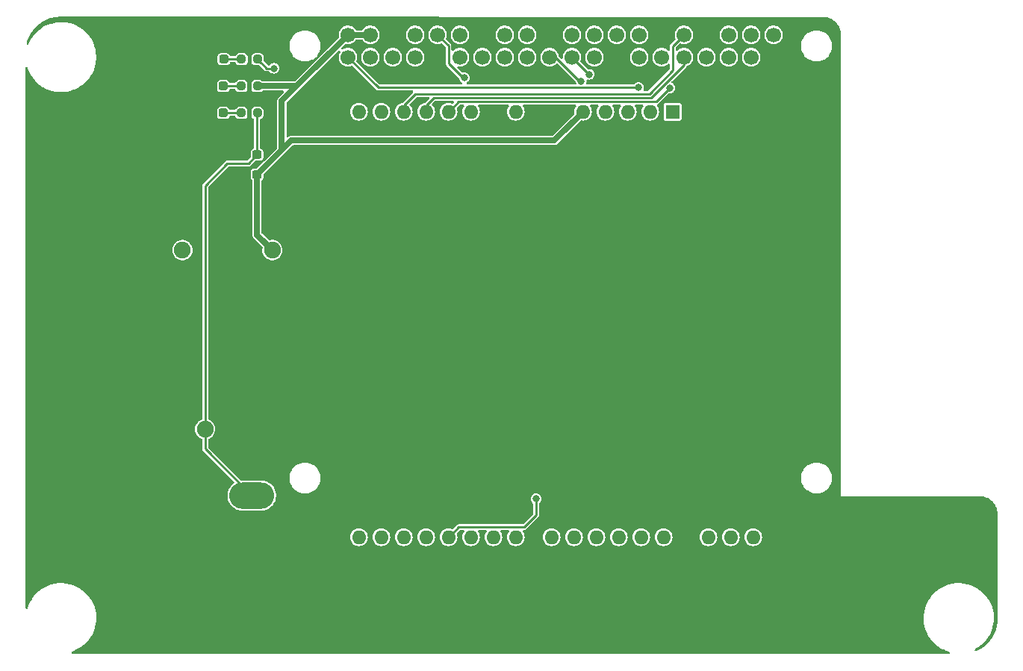
<source format=gtl>
G04 #@! TF.GenerationSoftware,KiCad,Pcbnew,7.0.8*
G04 #@! TF.CreationDate,2023-10-30T19:17:05-05:00*
G04 #@! TF.ProjectId,DiffGPS_Hardware,44696666-4750-4535-9f48-617264776172,rev?*
G04 #@! TF.SameCoordinates,Original*
G04 #@! TF.FileFunction,Copper,L1,Top*
G04 #@! TF.FilePolarity,Positive*
%FSLAX46Y46*%
G04 Gerber Fmt 4.6, Leading zero omitted, Abs format (unit mm)*
G04 Created by KiCad (PCBNEW 7.0.8) date 2023-10-30 19:17:05*
%MOMM*%
%LPD*%
G01*
G04 APERTURE LIST*
G04 Aperture macros list*
%AMRoundRect*
0 Rectangle with rounded corners*
0 $1 Rounding radius*
0 $2 $3 $4 $5 $6 $7 $8 $9 X,Y pos of 4 corners*
0 Add a 4 corners polygon primitive as box body*
4,1,4,$2,$3,$4,$5,$6,$7,$8,$9,$2,$3,0*
0 Add four circle primitives for the rounded corners*
1,1,$1+$1,$2,$3*
1,1,$1+$1,$4,$5*
1,1,$1+$1,$6,$7*
1,1,$1+$1,$8,$9*
0 Add four rect primitives between the rounded corners*
20,1,$1+$1,$2,$3,$4,$5,0*
20,1,$1+$1,$4,$5,$6,$7,0*
20,1,$1+$1,$6,$7,$8,$9,0*
20,1,$1+$1,$8,$9,$2,$3,0*%
G04 Aperture macros list end*
G04 #@! TA.AperFunction,ComponentPad*
%ADD10O,5.100000X3.000000*%
G04 #@! TD*
G04 #@! TA.AperFunction,SMDPad,CuDef*
%ADD11RoundRect,0.237500X-0.287500X-0.237500X0.287500X-0.237500X0.287500X0.237500X-0.287500X0.237500X0*%
G04 #@! TD*
G04 #@! TA.AperFunction,SMDPad,CuDef*
%ADD12RoundRect,0.237500X-0.250000X-0.237500X0.250000X-0.237500X0.250000X0.237500X-0.250000X0.237500X0*%
G04 #@! TD*
G04 #@! TA.AperFunction,SMDPad,CuDef*
%ADD13RoundRect,0.237500X-0.300000X-0.237500X0.300000X-0.237500X0.300000X0.237500X-0.300000X0.237500X0*%
G04 #@! TD*
G04 #@! TA.AperFunction,ComponentPad*
%ADD14C,1.700000*%
G04 #@! TD*
G04 #@! TA.AperFunction,SMDPad,CuDef*
%ADD15RoundRect,0.237500X0.250000X0.237500X-0.250000X0.237500X-0.250000X-0.237500X0.250000X-0.237500X0*%
G04 #@! TD*
G04 #@! TA.AperFunction,SMDPad,CuDef*
%ADD16RoundRect,0.237500X0.300000X0.237500X-0.300000X0.237500X-0.300000X-0.237500X0.300000X-0.237500X0*%
G04 #@! TD*
G04 #@! TA.AperFunction,SMDPad,CuDef*
%ADD17C,1.900000*%
G04 #@! TD*
G04 #@! TA.AperFunction,ComponentPad*
%ADD18R,1.600000X1.600000*%
G04 #@! TD*
G04 #@! TA.AperFunction,ComponentPad*
%ADD19O,1.600000X1.600000*%
G04 #@! TD*
G04 #@! TA.AperFunction,ViaPad*
%ADD20C,0.800000*%
G04 #@! TD*
G04 #@! TA.AperFunction,Conductor*
%ADD21C,0.254000*%
G04 #@! TD*
G04 #@! TA.AperFunction,Conductor*
%ADD22C,0.250000*%
G04 #@! TD*
G04 #@! TA.AperFunction,Conductor*
%ADD23C,0.635000*%
G04 #@! TD*
G04 APERTURE END LIST*
D10*
X63627000Y-96330800D03*
X71501000Y-96330800D03*
D11*
X66538500Y-49887500D03*
X68288500Y-49887500D03*
D12*
X70311000Y-52935500D03*
X72136000Y-52935500D03*
D11*
X66538500Y-52935500D03*
X68288500Y-52935500D03*
D13*
X70375000Y-59931000D03*
X72100000Y-59931000D03*
D14*
X82401000Y-46613000D03*
X82401000Y-44073000D03*
X84941000Y-46613000D03*
X84941000Y-44073000D03*
X87481000Y-46613000D03*
X87481000Y-44073000D03*
X90021000Y-46613000D03*
X90021000Y-44073000D03*
X92561000Y-46613000D03*
X92561000Y-44073000D03*
X95101000Y-46613000D03*
X95101000Y-44073000D03*
X97641000Y-46613000D03*
X97641000Y-44073000D03*
X100181000Y-46613000D03*
X100181000Y-44073000D03*
X102721000Y-46613000D03*
X102721000Y-44073000D03*
X105261000Y-46613000D03*
X105261000Y-44073000D03*
X107801000Y-46613000D03*
X107801000Y-44073000D03*
X110341000Y-46613000D03*
X110341000Y-44073000D03*
X112881000Y-46613000D03*
X112881000Y-44073000D03*
X115421000Y-46613000D03*
X115421000Y-44073000D03*
X117961000Y-46613000D03*
X117961000Y-44073000D03*
X120501000Y-46613000D03*
X120501000Y-44073000D03*
X123041000Y-46613000D03*
X123041000Y-44073000D03*
X125581000Y-46613000D03*
X125581000Y-44073000D03*
X128121000Y-46613000D03*
X128121000Y-44073000D03*
X130661000Y-46613000D03*
X130661000Y-44073000D03*
D11*
X66557250Y-46839500D03*
X68307250Y-46839500D03*
D15*
X72136000Y-49887500D03*
X70311000Y-49887500D03*
D16*
X72100000Y-57675000D03*
X70375000Y-57675000D03*
D17*
X66205481Y-88799999D03*
X61100000Y-88800000D03*
X53500000Y-88800000D03*
X53500000Y-68500000D03*
X63634600Y-68493600D03*
X73821624Y-68493600D03*
D15*
X72154750Y-46839500D03*
X70329750Y-46839500D03*
D18*
X119210000Y-52800000D03*
D19*
X116670000Y-52800000D03*
X114130000Y-52800000D03*
X111590000Y-52800000D03*
X109050000Y-52800000D03*
X106510000Y-52800000D03*
X103970000Y-52800000D03*
X101430000Y-52800000D03*
X96350000Y-52800000D03*
X93810000Y-52800000D03*
X91270000Y-52800000D03*
X88730000Y-52800000D03*
X86190000Y-52800000D03*
X83650000Y-52800000D03*
X83650000Y-101060000D03*
X86190000Y-101060000D03*
X88730000Y-101060000D03*
X91270000Y-101060000D03*
X93810000Y-101060000D03*
X96350000Y-101060000D03*
X98890000Y-101060000D03*
X101430000Y-101060000D03*
X105490000Y-101060000D03*
X108030000Y-101060000D03*
X110570000Y-101060000D03*
X113110000Y-101060000D03*
X115650000Y-101060000D03*
X118190000Y-101060000D03*
X120730000Y-101060000D03*
X123270000Y-101060000D03*
X125810000Y-101060000D03*
X128350000Y-101060000D03*
D20*
X74000000Y-47875000D03*
X115350000Y-50038500D03*
X110400000Y-54450000D03*
X112725000Y-54600000D03*
X101475000Y-48850000D03*
X87725000Y-51075000D03*
X111400000Y-48800000D03*
X79950000Y-49200000D03*
X77150000Y-52075000D03*
X115425000Y-54675000D03*
X82825000Y-51425000D03*
X118913714Y-50088714D03*
X95600000Y-48950000D03*
X103729500Y-96713805D03*
X108851446Y-49323500D03*
X109775000Y-48550000D03*
D21*
X73190250Y-47875000D02*
X72154750Y-46839500D01*
X85838000Y-50050000D02*
X82401000Y-46613000D01*
X115338500Y-50050000D02*
X85838000Y-50050000D01*
X115350000Y-50038500D02*
X115338500Y-50050000D01*
X74000000Y-47875000D02*
X73190250Y-47875000D01*
D22*
X72154750Y-46839500D02*
X72533250Y-47218000D01*
D23*
X72100000Y-59925000D02*
X72100000Y-59931000D01*
X76586500Y-49887500D02*
X82401000Y-44073000D01*
X74900000Y-54575000D02*
X74900000Y-51574000D01*
X84941000Y-44073000D02*
X82401000Y-44073000D01*
X72100000Y-66771976D02*
X72100000Y-59931000D01*
X72136000Y-49887500D02*
X76586500Y-49887500D01*
X74900000Y-54575000D02*
X74900000Y-57125000D01*
X74900000Y-51574000D02*
X76586500Y-49887500D01*
X109050000Y-52800000D02*
X105800000Y-56050000D01*
X74900000Y-57125000D02*
X72100000Y-59925000D01*
X75975000Y-56050000D02*
X74900000Y-57125000D01*
X105800000Y-56050000D02*
X75975000Y-56050000D01*
X73821624Y-68493600D02*
X72100000Y-66771976D01*
D21*
X118913714Y-50088714D02*
X117329428Y-51673000D01*
X106050294Y-51673000D02*
X106048294Y-51675000D01*
X104429706Y-51673000D02*
X94937000Y-51673000D01*
X94937000Y-51673000D02*
X93810000Y-52800000D01*
X104431706Y-51675000D02*
X104429706Y-51673000D01*
X117329428Y-51673000D02*
X106050294Y-51673000D01*
X106048294Y-51675000D02*
X104431706Y-51675000D01*
X120501000Y-47474000D02*
X120501000Y-46613000D01*
X116756000Y-51219000D02*
X120501000Y-47474000D01*
X104619759Y-51221000D02*
X105860241Y-51221000D01*
X105862241Y-51219000D02*
X116756000Y-51219000D01*
X105860241Y-51221000D02*
X105862241Y-51219000D01*
X91270000Y-52090000D02*
X92141000Y-51219000D01*
X91270000Y-52800000D02*
X91270000Y-52090000D01*
X92141000Y-51219000D02*
X104617759Y-51219000D01*
X104617759Y-51219000D02*
X104619759Y-51221000D01*
X90055000Y-50765000D02*
X116567948Y-50765000D01*
X88730000Y-52090000D02*
X90055000Y-50765000D01*
X119225000Y-45349000D02*
X120501000Y-44073000D01*
X119225000Y-48107948D02*
X119225000Y-45349000D01*
X88730000Y-52800000D02*
X88730000Y-52090000D01*
X116567948Y-50765000D02*
X119225000Y-48107948D01*
X93800000Y-47300000D02*
X93800000Y-45312000D01*
X95600000Y-48950000D02*
X95450000Y-48950000D01*
X95450000Y-48950000D02*
X93800000Y-47300000D01*
X93800000Y-45312000D02*
X92561000Y-44073000D01*
D22*
X94945000Y-99925000D02*
X102375000Y-99925000D01*
X103729500Y-98570500D02*
X103729500Y-96713805D01*
X102375000Y-99925000D02*
X103729500Y-98570500D01*
X93810000Y-101060000D02*
X94945000Y-99925000D01*
X105938000Y-46613000D02*
X105261000Y-46613000D01*
X108648500Y-49323500D02*
X105938000Y-46613000D01*
X108851446Y-49323500D02*
X108648500Y-49323500D01*
X109738000Y-48550000D02*
X107801000Y-46613000D01*
X109775000Y-48550000D02*
X109738000Y-48550000D01*
X70311000Y-52935500D02*
X68288500Y-52935500D01*
X70311000Y-49887500D02*
X68288500Y-49887500D01*
X70329750Y-46839500D02*
X68307250Y-46839500D01*
D21*
X66205481Y-61205481D02*
X66205481Y-88799999D01*
X72100000Y-52971500D02*
X72136000Y-52935500D01*
X71100000Y-58675000D02*
X68725000Y-58675000D01*
X68725000Y-58675000D02*
X66200000Y-61200000D01*
X72100000Y-57675000D02*
X71100000Y-58675000D01*
X72100000Y-57675000D02*
X72100000Y-52971500D01*
X66200000Y-61200000D02*
X66205481Y-61205481D01*
X66205481Y-91035281D02*
X66205481Y-88799999D01*
X71501000Y-96330800D02*
X66205481Y-91035281D01*
G04 #@! TA.AperFunction,Conductor*
G36*
X81450019Y-45860707D02*
G01*
X81506855Y-45903254D01*
X81531666Y-45969774D01*
X81517109Y-46038159D01*
X81425768Y-46209045D01*
X81365698Y-46407072D01*
X81345417Y-46612996D01*
X81345417Y-46613003D01*
X81365698Y-46818927D01*
X81425768Y-47016954D01*
X81499523Y-47154940D01*
X81523315Y-47199450D01*
X81654590Y-47359410D01*
X81814550Y-47490685D01*
X81997046Y-47588232D01*
X82195066Y-47648300D01*
X82195070Y-47648300D01*
X82195072Y-47648301D01*
X82400997Y-47668583D01*
X82401000Y-47668583D01*
X82401003Y-47668583D01*
X82606927Y-47648301D01*
X82606928Y-47648300D01*
X82606934Y-47648300D01*
X82804954Y-47588232D01*
X82804954Y-47588231D01*
X82810878Y-47586435D01*
X82811338Y-47587954D01*
X82874209Y-47581190D01*
X82937698Y-47612965D01*
X82940941Y-47616095D01*
X85594367Y-50269521D01*
X85598072Y-50273564D01*
X85624239Y-50304749D01*
X85624241Y-50304751D01*
X85659488Y-50325100D01*
X85664126Y-50328055D01*
X85697457Y-50351394D01*
X85697459Y-50351394D01*
X85702797Y-50353884D01*
X85718766Y-50360497D01*
X85724258Y-50362496D01*
X85724259Y-50362496D01*
X85724261Y-50362497D01*
X85764359Y-50369566D01*
X85769686Y-50370747D01*
X85809016Y-50381287D01*
X85849558Y-50377739D01*
X85855044Y-50377500D01*
X89675154Y-50377500D01*
X89743275Y-50397502D01*
X89789768Y-50451158D01*
X89799872Y-50521432D01*
X89770378Y-50586012D01*
X89764249Y-50592595D01*
X88569106Y-51787738D01*
X88516587Y-51819217D01*
X88345278Y-51871183D01*
X88345273Y-51871185D01*
X88171461Y-51964090D01*
X88019117Y-52089117D01*
X87894090Y-52241461D01*
X87801186Y-52415271D01*
X87743974Y-52603873D01*
X87743974Y-52603875D01*
X87724659Y-52799996D01*
X87724659Y-52800003D01*
X87743974Y-52996124D01*
X87743974Y-52996126D01*
X87801186Y-53184728D01*
X87838934Y-53255349D01*
X87894090Y-53358538D01*
X88019117Y-53510883D01*
X88171462Y-53635910D01*
X88345273Y-53728814D01*
X88533868Y-53786024D01*
X88533872Y-53786024D01*
X88533874Y-53786025D01*
X88729997Y-53805341D01*
X88730000Y-53805341D01*
X88730003Y-53805341D01*
X88926124Y-53786025D01*
X88926126Y-53786025D01*
X88926127Y-53786024D01*
X88926132Y-53786024D01*
X89114727Y-53728814D01*
X89288538Y-53635910D01*
X89440883Y-53510883D01*
X89565910Y-53358538D01*
X89658814Y-53184727D01*
X89716024Y-52996132D01*
X89735341Y-52800000D01*
X89720099Y-52645247D01*
X89716025Y-52603875D01*
X89716025Y-52603873D01*
X89716024Y-52603870D01*
X89716024Y-52603868D01*
X89658814Y-52415273D01*
X89565910Y-52241462D01*
X89440883Y-52089117D01*
X89412765Y-52066041D01*
X89372798Y-52007365D01*
X89370897Y-51936394D01*
X89403603Y-51879549D01*
X90153751Y-51129404D01*
X90216063Y-51095379D01*
X90242846Y-51092500D01*
X91500155Y-51092500D01*
X91568276Y-51112502D01*
X91614769Y-51166158D01*
X91624873Y-51236432D01*
X91595379Y-51301012D01*
X91589250Y-51307596D01*
X91109105Y-51787739D01*
X91056587Y-51819217D01*
X90885275Y-51871184D01*
X90885273Y-51871185D01*
X90711461Y-51964090D01*
X90559117Y-52089117D01*
X90434090Y-52241461D01*
X90341186Y-52415271D01*
X90283974Y-52603873D01*
X90283974Y-52603875D01*
X90264659Y-52799996D01*
X90264659Y-52800003D01*
X90283974Y-52996124D01*
X90283974Y-52996126D01*
X90341186Y-53184728D01*
X90378934Y-53255349D01*
X90434090Y-53358538D01*
X90559117Y-53510883D01*
X90711462Y-53635910D01*
X90885273Y-53728814D01*
X91073868Y-53786024D01*
X91073872Y-53786024D01*
X91073874Y-53786025D01*
X91269997Y-53805341D01*
X91270000Y-53805341D01*
X91270003Y-53805341D01*
X91466124Y-53786025D01*
X91466126Y-53786025D01*
X91466127Y-53786024D01*
X91466132Y-53786024D01*
X91654727Y-53728814D01*
X91828538Y-53635910D01*
X91980883Y-53510883D01*
X92105910Y-53358538D01*
X92198814Y-53184727D01*
X92256024Y-52996132D01*
X92275341Y-52800000D01*
X92260099Y-52645247D01*
X92256025Y-52603875D01*
X92256025Y-52603873D01*
X92256024Y-52603870D01*
X92256024Y-52603868D01*
X92198814Y-52415273D01*
X92105910Y-52241462D01*
X91980883Y-52089117D01*
X91952765Y-52066041D01*
X91912798Y-52007365D01*
X91910897Y-51936394D01*
X91943603Y-51879549D01*
X92239750Y-51583404D01*
X92302062Y-51549379D01*
X92328845Y-51546500D01*
X93764810Y-51546500D01*
X93810061Y-51559787D01*
X93831712Y-51548707D01*
X93855190Y-51546500D01*
X94296153Y-51546500D01*
X94364274Y-51566502D01*
X94410767Y-51620158D01*
X94420871Y-51690432D01*
X94391377Y-51755012D01*
X94385248Y-51761596D01*
X94310223Y-51836620D01*
X94247910Y-51870645D01*
X94184553Y-51868099D01*
X94006129Y-51813975D01*
X94006124Y-51813974D01*
X93842840Y-51797893D01*
X93812422Y-51785610D01*
X93800308Y-51793396D01*
X93777160Y-51797893D01*
X93613875Y-51813974D01*
X93613873Y-51813974D01*
X93425271Y-51871186D01*
X93251461Y-51964090D01*
X93099117Y-52089117D01*
X92974090Y-52241461D01*
X92881186Y-52415271D01*
X92823974Y-52603873D01*
X92823974Y-52603875D01*
X92804659Y-52799996D01*
X92804659Y-52800003D01*
X92823974Y-52996124D01*
X92823974Y-52996126D01*
X92881186Y-53184728D01*
X92918934Y-53255349D01*
X92974090Y-53358538D01*
X93099117Y-53510883D01*
X93251462Y-53635910D01*
X93425273Y-53728814D01*
X93613868Y-53786024D01*
X93613872Y-53786024D01*
X93613874Y-53786025D01*
X93809997Y-53805341D01*
X93810000Y-53805341D01*
X93810003Y-53805341D01*
X94006124Y-53786025D01*
X94006126Y-53786025D01*
X94006127Y-53786024D01*
X94006132Y-53786024D01*
X94194727Y-53728814D01*
X94368538Y-53635910D01*
X94520883Y-53510883D01*
X94645910Y-53358538D01*
X94738814Y-53184727D01*
X94796024Y-52996132D01*
X94815341Y-52800000D01*
X94800099Y-52645247D01*
X94796025Y-52603875D01*
X94796023Y-52603864D01*
X94741900Y-52425446D01*
X94741266Y-52354452D01*
X94773377Y-52299776D01*
X95035751Y-52037404D01*
X95098063Y-52003379D01*
X95124846Y-52000500D01*
X95445438Y-52000500D01*
X95513559Y-52020502D01*
X95560052Y-52074158D01*
X95570156Y-52144432D01*
X95542837Y-52206434D01*
X95514090Y-52241461D01*
X95421186Y-52415271D01*
X95363974Y-52603873D01*
X95363974Y-52603875D01*
X95344659Y-52799996D01*
X95344659Y-52800003D01*
X95363974Y-52996124D01*
X95363974Y-52996126D01*
X95421186Y-53184728D01*
X95458934Y-53255349D01*
X95514090Y-53358538D01*
X95639117Y-53510883D01*
X95791462Y-53635910D01*
X95965273Y-53728814D01*
X96153868Y-53786024D01*
X96153872Y-53786024D01*
X96153874Y-53786025D01*
X96349997Y-53805341D01*
X96350000Y-53805341D01*
X96350003Y-53805341D01*
X96546124Y-53786025D01*
X96546126Y-53786025D01*
X96546127Y-53786024D01*
X96546132Y-53786024D01*
X96734727Y-53728814D01*
X96908538Y-53635910D01*
X97060883Y-53510883D01*
X97185910Y-53358538D01*
X97278814Y-53184727D01*
X97336024Y-52996132D01*
X97355341Y-52800000D01*
X97340099Y-52645247D01*
X97336025Y-52603875D01*
X97336025Y-52603873D01*
X97336024Y-52603870D01*
X97336024Y-52603868D01*
X97278814Y-52415273D01*
X97185910Y-52241462D01*
X97157162Y-52206433D01*
X97129409Y-52141087D01*
X97141390Y-52071109D01*
X97189303Y-52018717D01*
X97254562Y-52000500D01*
X100525438Y-52000500D01*
X100593559Y-52020502D01*
X100640052Y-52074158D01*
X100650156Y-52144432D01*
X100622837Y-52206434D01*
X100594090Y-52241461D01*
X100501186Y-52415271D01*
X100443974Y-52603873D01*
X100443974Y-52603875D01*
X100424659Y-52799996D01*
X100424659Y-52800003D01*
X100443974Y-52996124D01*
X100443974Y-52996126D01*
X100501186Y-53184728D01*
X100538934Y-53255349D01*
X100594090Y-53358538D01*
X100719117Y-53510883D01*
X100871462Y-53635910D01*
X101045273Y-53728814D01*
X101233868Y-53786024D01*
X101233872Y-53786024D01*
X101233874Y-53786025D01*
X101429997Y-53805341D01*
X101430000Y-53805341D01*
X101430003Y-53805341D01*
X101626124Y-53786025D01*
X101626126Y-53786025D01*
X101626127Y-53786024D01*
X101626132Y-53786024D01*
X101814727Y-53728814D01*
X101988538Y-53635910D01*
X102140883Y-53510883D01*
X102265910Y-53358538D01*
X102358814Y-53184727D01*
X102416024Y-52996132D01*
X102435341Y-52800000D01*
X102420099Y-52645247D01*
X102416025Y-52603875D01*
X102416025Y-52603873D01*
X102416024Y-52603870D01*
X102416024Y-52603868D01*
X102358814Y-52415273D01*
X102265910Y-52241462D01*
X102237162Y-52206433D01*
X102209409Y-52141087D01*
X102221390Y-52071109D01*
X102269303Y-52018717D01*
X102334562Y-52000500D01*
X104364538Y-52000500D01*
X104397148Y-52004793D01*
X104399130Y-52005323D01*
X104402721Y-52006286D01*
X104427889Y-52004084D01*
X104443260Y-52002740D01*
X104448752Y-52002500D01*
X106031250Y-52002500D01*
X106036735Y-52002739D01*
X106077278Y-52006287D01*
X106080349Y-52005463D01*
X106082855Y-52004793D01*
X106115465Y-52000500D01*
X108145438Y-52000500D01*
X108213559Y-52020502D01*
X108260052Y-52074158D01*
X108270156Y-52144432D01*
X108242837Y-52206434D01*
X108214090Y-52241461D01*
X108121186Y-52415271D01*
X108063974Y-52603873D01*
X108063974Y-52603875D01*
X108044659Y-52799996D01*
X108044659Y-52800004D01*
X108063274Y-52989016D01*
X108050045Y-53058769D01*
X108026976Y-53090460D01*
X105622343Y-55495095D01*
X105560031Y-55529120D01*
X105533248Y-55532000D01*
X75983859Y-55532000D01*
X75921530Y-55529871D01*
X75921529Y-55529871D01*
X75921528Y-55529871D01*
X75881289Y-55539676D01*
X75874949Y-55540881D01*
X75833933Y-55546518D01*
X75833932Y-55546518D01*
X75819173Y-55552929D01*
X75798818Y-55559774D01*
X75783183Y-55563584D01*
X75747090Y-55583878D01*
X75741313Y-55586747D01*
X75703324Y-55603249D01*
X75690840Y-55613406D01*
X75673087Y-55625489D01*
X75661945Y-55631754D01*
X75659061Y-55633376D01*
X75633094Y-55659343D01*
X75570781Y-55693367D01*
X75499966Y-55688301D01*
X75443131Y-55645753D01*
X75418321Y-55579233D01*
X75418000Y-55570246D01*
X75418000Y-52800003D01*
X82644659Y-52800003D01*
X82663974Y-52996124D01*
X82663974Y-52996126D01*
X82721186Y-53184728D01*
X82758934Y-53255349D01*
X82814090Y-53358538D01*
X82939117Y-53510883D01*
X83091462Y-53635910D01*
X83265273Y-53728814D01*
X83453868Y-53786024D01*
X83453872Y-53786024D01*
X83453874Y-53786025D01*
X83649997Y-53805341D01*
X83650000Y-53805341D01*
X83650003Y-53805341D01*
X83846124Y-53786025D01*
X83846126Y-53786025D01*
X83846127Y-53786024D01*
X83846132Y-53786024D01*
X84034727Y-53728814D01*
X84208538Y-53635910D01*
X84360883Y-53510883D01*
X84485910Y-53358538D01*
X84578814Y-53184727D01*
X84636024Y-52996132D01*
X84655341Y-52800003D01*
X85184659Y-52800003D01*
X85203974Y-52996124D01*
X85203974Y-52996126D01*
X85261186Y-53184728D01*
X85298934Y-53255349D01*
X85354090Y-53358538D01*
X85479117Y-53510883D01*
X85631462Y-53635910D01*
X85805273Y-53728814D01*
X85993868Y-53786024D01*
X85993872Y-53786024D01*
X85993874Y-53786025D01*
X86189997Y-53805341D01*
X86190000Y-53805341D01*
X86190003Y-53805341D01*
X86386124Y-53786025D01*
X86386126Y-53786025D01*
X86386127Y-53786024D01*
X86386132Y-53786024D01*
X86574727Y-53728814D01*
X86748538Y-53635910D01*
X86900883Y-53510883D01*
X87025910Y-53358538D01*
X87118814Y-53184727D01*
X87176024Y-52996132D01*
X87195341Y-52800000D01*
X87180099Y-52645247D01*
X87176025Y-52603875D01*
X87176025Y-52603873D01*
X87176024Y-52603870D01*
X87176024Y-52603868D01*
X87118814Y-52415273D01*
X87025910Y-52241462D01*
X86900883Y-52089117D01*
X86748538Y-51964090D01*
X86718612Y-51948094D01*
X86574728Y-51871186D01*
X86386125Y-51813974D01*
X86190003Y-51794659D01*
X86189997Y-51794659D01*
X85993875Y-51813974D01*
X85993873Y-51813974D01*
X85805271Y-51871186D01*
X85631461Y-51964090D01*
X85479117Y-52089117D01*
X85354090Y-52241461D01*
X85261186Y-52415271D01*
X85203974Y-52603873D01*
X85203974Y-52603875D01*
X85184659Y-52799996D01*
X85184659Y-52800003D01*
X84655341Y-52800003D01*
X84655341Y-52800000D01*
X84640099Y-52645247D01*
X84636025Y-52603875D01*
X84636025Y-52603873D01*
X84636024Y-52603870D01*
X84636024Y-52603868D01*
X84578814Y-52415273D01*
X84485910Y-52241462D01*
X84360883Y-52089117D01*
X84208538Y-51964090D01*
X84178612Y-51948094D01*
X84034728Y-51871186D01*
X83846125Y-51813974D01*
X83650003Y-51794659D01*
X83649997Y-51794659D01*
X83453875Y-51813974D01*
X83453873Y-51813974D01*
X83265271Y-51871186D01*
X83091461Y-51964090D01*
X82939117Y-52089117D01*
X82814090Y-52241461D01*
X82721186Y-52415271D01*
X82663974Y-52603873D01*
X82663974Y-52603875D01*
X82644659Y-52799996D01*
X82644659Y-52800003D01*
X75418000Y-52800003D01*
X75418000Y-51840752D01*
X75438002Y-51772631D01*
X75454905Y-51751657D01*
X76114062Y-51092500D01*
X76931725Y-50274836D01*
X76936486Y-50270538D01*
X76968632Y-50244387D01*
X76977912Y-50231238D01*
X76991750Y-50214810D01*
X81316894Y-45889666D01*
X81379204Y-45855642D01*
X81450019Y-45860707D01*
G37*
G04 #@! TD.AperFunction*
G04 #@! TA.AperFunction,Conductor*
G36*
X136218331Y-42037483D02*
G01*
X136218387Y-42037500D01*
X136268941Y-42037500D01*
X136273056Y-42037634D01*
X136354648Y-42042982D01*
X136540757Y-42056293D01*
X136548538Y-42057341D01*
X136666233Y-42080752D01*
X136813254Y-42112734D01*
X136820098Y-42114633D01*
X136940739Y-42155585D01*
X137075491Y-42205846D01*
X137081328Y-42208366D01*
X137180515Y-42257280D01*
X137198386Y-42266093D01*
X137322551Y-42333892D01*
X137327359Y-42336803D01*
X137435882Y-42409316D01*
X137438622Y-42411256D01*
X137549869Y-42494534D01*
X137553634Y-42497587D01*
X137652184Y-42584014D01*
X137655178Y-42586818D01*
X137753179Y-42684819D01*
X137755984Y-42687814D01*
X137842411Y-42786364D01*
X137845470Y-42790136D01*
X137886542Y-42845003D01*
X137928742Y-42901376D01*
X137930691Y-42904129D01*
X138003193Y-43012636D01*
X138006106Y-43017446D01*
X138073906Y-43141613D01*
X138131630Y-43258665D01*
X138134156Y-43264516D01*
X138184412Y-43399254D01*
X138225359Y-43519881D01*
X138227264Y-43526746D01*
X138259247Y-43673766D01*
X138282655Y-43791448D01*
X138283706Y-43799252D01*
X138297017Y-43985354D01*
X138302364Y-44066938D01*
X138302499Y-44071063D01*
X138299501Y-96375076D01*
X138299415Y-96375510D01*
X138299458Y-96399998D01*
X138299459Y-96400000D01*
X138299500Y-96400099D01*
X138299617Y-96400383D01*
X138300000Y-96400541D01*
X138300002Y-96400539D01*
X138325014Y-96400524D01*
X138325014Y-96400528D01*
X138325158Y-96400500D01*
X154047899Y-96400500D01*
X154052085Y-96400639D01*
X154060647Y-96401209D01*
X154132430Y-96405989D01*
X154319702Y-96419597D01*
X154327613Y-96420680D01*
X154444630Y-96444336D01*
X154591989Y-96476919D01*
X154598949Y-96478883D01*
X154718944Y-96520313D01*
X154815740Y-96557044D01*
X154853683Y-96571442D01*
X154859605Y-96574044D01*
X154927816Y-96608303D01*
X154975946Y-96632476D01*
X155099736Y-96701354D01*
X155104598Y-96704355D01*
X155212159Y-96777693D01*
X155214920Y-96779686D01*
X155255152Y-96810451D01*
X155325450Y-96864206D01*
X155329261Y-96867366D01*
X155426541Y-96954669D01*
X155429565Y-96957570D01*
X155526451Y-97056909D01*
X155529274Y-97060003D01*
X155580277Y-97119773D01*
X155614149Y-97159468D01*
X155617184Y-97163323D01*
X155654669Y-97214969D01*
X155698908Y-97275923D01*
X155700845Y-97278750D01*
X155771469Y-97388105D01*
X155774347Y-97393040D01*
X155840119Y-97518530D01*
X155895614Y-97636274D01*
X155898070Y-97642264D01*
X155945813Y-97778228D01*
X155984234Y-97899229D01*
X155986024Y-97906241D01*
X156014917Y-98054383D01*
X156035636Y-98171925D01*
X156036523Y-98179875D01*
X156045453Y-98367566D01*
X156047714Y-98422016D01*
X156048281Y-98435673D01*
X156048789Y-98447893D01*
X156048825Y-98452023D01*
X156047890Y-98490905D01*
X156048989Y-98501627D01*
X156075196Y-110285271D01*
X156075129Y-110288321D01*
X156067218Y-110459438D01*
X156057338Y-110660552D01*
X156056809Y-110666167D01*
X156030926Y-110851720D01*
X156003135Y-111039067D01*
X156002143Y-111044249D01*
X155958659Y-111229134D01*
X155913185Y-111410673D01*
X155911807Y-111415387D01*
X155851083Y-111596566D01*
X155835215Y-111640914D01*
X155788313Y-111771994D01*
X155786628Y-111776218D01*
X155709157Y-111951675D01*
X155629643Y-112119791D01*
X155627730Y-112123512D01*
X155534170Y-112291486D01*
X155438631Y-112450883D01*
X155436568Y-112454099D01*
X155327703Y-112613025D01*
X155216995Y-112762294D01*
X155214861Y-112765012D01*
X155091621Y-112913427D01*
X154966734Y-113051217D01*
X154964602Y-113053457D01*
X154829157Y-113188902D01*
X154826917Y-113191034D01*
X154689127Y-113315921D01*
X154540712Y-113439161D01*
X154537994Y-113441295D01*
X154422019Y-113527310D01*
X154388717Y-113552008D01*
X154229799Y-113660868D01*
X154226583Y-113662931D01*
X154067186Y-113758470D01*
X153899212Y-113852030D01*
X153895491Y-113853943D01*
X153727374Y-113933457D01*
X153619650Y-113981021D01*
X153549254Y-113990237D01*
X153485050Y-113959932D01*
X153447423Y-113899727D01*
X153448318Y-113828736D01*
X153487452Y-113769499D01*
X153514084Y-113752236D01*
X153559983Y-113730133D01*
X153898431Y-113523312D01*
X154214604Y-113283820D01*
X154505361Y-113014037D01*
X154767811Y-112716645D01*
X154999346Y-112394600D01*
X155197665Y-112051101D01*
X155360797Y-111689563D01*
X155487121Y-111313578D01*
X155575381Y-110926885D01*
X155624701Y-110533325D01*
X155634589Y-110136810D01*
X155604949Y-109741280D01*
X155536073Y-109350668D01*
X155428647Y-108968854D01*
X155283739Y-108599634D01*
X155102789Y-108246677D01*
X154887594Y-107913491D01*
X154640294Y-107603386D01*
X154363347Y-107319446D01*
X154059504Y-107064492D01*
X153731786Y-106841058D01*
X153731777Y-106841053D01*
X153383455Y-106651366D01*
X153017958Y-106497296D01*
X153017954Y-106497294D01*
X152738545Y-106411109D01*
X152638940Y-106380385D01*
X152250166Y-106301792D01*
X152250165Y-106301791D01*
X152250161Y-106301791D01*
X151855505Y-106262300D01*
X151855499Y-106262300D01*
X151558079Y-106262300D01*
X151558072Y-106262300D01*
X151261044Y-106277123D01*
X151018501Y-106313681D01*
X150868827Y-106336241D01*
X150868823Y-106336241D01*
X150868823Y-106336242D01*
X150484453Y-106434114D01*
X150484432Y-106434121D01*
X150111758Y-106569762D01*
X150111731Y-106569773D01*
X149754382Y-106741864D01*
X149754381Y-106741864D01*
X149415927Y-106948689D01*
X149099747Y-107188187D01*
X148809003Y-107457959D01*
X148809001Y-107457961D01*
X148546552Y-107755351D01*
X148546544Y-107755360D01*
X148429982Y-107917489D01*
X148315014Y-108077400D01*
X148315011Y-108077404D01*
X148315011Y-108077405D01*
X148116701Y-108420888D01*
X148116695Y-108420898D01*
X147953564Y-108782435D01*
X147953561Y-108782442D01*
X147827240Y-109158416D01*
X147827237Y-109158425D01*
X147738980Y-109545106D01*
X147738979Y-109545117D01*
X147689658Y-109938675D01*
X147679771Y-110335190D01*
X147709410Y-110730714D01*
X147709410Y-110730719D01*
X147709411Y-110730720D01*
X147778287Y-111121332D01*
X147791958Y-111169920D01*
X147885712Y-111503145D01*
X148030616Y-111872355D01*
X148030619Y-111872361D01*
X148030621Y-111872366D01*
X148211571Y-112225323D01*
X148426766Y-112558509D01*
X148674066Y-112868614D01*
X148951013Y-113152554D01*
X149254856Y-113407508D01*
X149582574Y-113630942D01*
X149638993Y-113661666D01*
X149887512Y-113797003D01*
X149930910Y-113820636D01*
X150261360Y-113959932D01*
X150296401Y-113974703D01*
X150296405Y-113974705D01*
X150550551Y-114053098D01*
X150609750Y-114092290D01*
X150638362Y-114157266D01*
X150627303Y-114227396D01*
X150580085Y-114280414D01*
X150513412Y-114299500D01*
X134416899Y-114299500D01*
X51168995Y-114263273D01*
X51100883Y-114243241D01*
X51054414Y-114189565D01*
X51044340Y-114119287D01*
X51073861Y-114054719D01*
X51125955Y-114018872D01*
X51287894Y-113959932D01*
X51435422Y-113906237D01*
X51435432Y-113906232D01*
X51435445Y-113906228D01*
X51792803Y-113734133D01*
X52131251Y-113527312D01*
X52447424Y-113287820D01*
X52738181Y-113018037D01*
X53000631Y-112720645D01*
X53232166Y-112398600D01*
X53430485Y-112055101D01*
X53593617Y-111693563D01*
X53719941Y-111317578D01*
X53808201Y-110930885D01*
X53857521Y-110537325D01*
X53867409Y-110140810D01*
X53837769Y-109745280D01*
X53768893Y-109354668D01*
X53661467Y-108972854D01*
X53516559Y-108603634D01*
X53335609Y-108250677D01*
X53120414Y-107917491D01*
X52873114Y-107607386D01*
X52596167Y-107323446D01*
X52292324Y-107068492D01*
X51964606Y-106845058D01*
X51957252Y-106841053D01*
X51616275Y-106655366D01*
X51250778Y-106501296D01*
X51250774Y-106501294D01*
X50971365Y-106415109D01*
X50871760Y-106384385D01*
X50482986Y-106305792D01*
X50482985Y-106305791D01*
X50482981Y-106305791D01*
X50088325Y-106266300D01*
X50088319Y-106266300D01*
X49790899Y-106266300D01*
X49790892Y-106266300D01*
X49493864Y-106281123D01*
X49251321Y-106317681D01*
X49101647Y-106340241D01*
X49101643Y-106340241D01*
X49101643Y-106340242D01*
X48717273Y-106438114D01*
X48717252Y-106438121D01*
X48344578Y-106573762D01*
X48344551Y-106573773D01*
X47987202Y-106745864D01*
X47987201Y-106745864D01*
X47648747Y-106952689D01*
X47415388Y-107129452D01*
X47337848Y-107188187D01*
X47332567Y-107192187D01*
X47041823Y-107461959D01*
X47041821Y-107461961D01*
X46779372Y-107759351D01*
X46779364Y-107759360D01*
X46616684Y-107985635D01*
X46547834Y-108081400D01*
X46547831Y-108081404D01*
X46547831Y-108081405D01*
X46349521Y-108424888D01*
X46349515Y-108424898D01*
X46186384Y-108786435D01*
X46186381Y-108786442D01*
X46082739Y-109094917D01*
X46042083Y-109153121D01*
X45976414Y-109180104D01*
X45906581Y-109167300D01*
X45854756Y-109118775D01*
X45837300Y-109054788D01*
X45837300Y-101060003D01*
X82644659Y-101060003D01*
X82663974Y-101256124D01*
X82663974Y-101256126D01*
X82721186Y-101444728D01*
X82814090Y-101618538D01*
X82939117Y-101770883D01*
X83091462Y-101895910D01*
X83265273Y-101988814D01*
X83453868Y-102046024D01*
X83453872Y-102046024D01*
X83453874Y-102046025D01*
X83649997Y-102065341D01*
X83650000Y-102065341D01*
X83650003Y-102065341D01*
X83846124Y-102046025D01*
X83846126Y-102046025D01*
X83846127Y-102046024D01*
X83846132Y-102046024D01*
X84034727Y-101988814D01*
X84208538Y-101895910D01*
X84360883Y-101770883D01*
X84485910Y-101618538D01*
X84578814Y-101444727D01*
X84636024Y-101256132D01*
X84655341Y-101060003D01*
X85184659Y-101060003D01*
X85203974Y-101256124D01*
X85203974Y-101256126D01*
X85261186Y-101444728D01*
X85354090Y-101618538D01*
X85479117Y-101770883D01*
X85631462Y-101895910D01*
X85805273Y-101988814D01*
X85993868Y-102046024D01*
X85993872Y-102046024D01*
X85993874Y-102046025D01*
X86189997Y-102065341D01*
X86190000Y-102065341D01*
X86190003Y-102065341D01*
X86386124Y-102046025D01*
X86386126Y-102046025D01*
X86386127Y-102046024D01*
X86386132Y-102046024D01*
X86574727Y-101988814D01*
X86748538Y-101895910D01*
X86900883Y-101770883D01*
X87025910Y-101618538D01*
X87118814Y-101444727D01*
X87176024Y-101256132D01*
X87195341Y-101060003D01*
X87724659Y-101060003D01*
X87743974Y-101256124D01*
X87743974Y-101256126D01*
X87801186Y-101444728D01*
X87894090Y-101618538D01*
X88019117Y-101770883D01*
X88171462Y-101895910D01*
X88345273Y-101988814D01*
X88533868Y-102046024D01*
X88533872Y-102046024D01*
X88533874Y-102046025D01*
X88729997Y-102065341D01*
X88730000Y-102065341D01*
X88730003Y-102065341D01*
X88926124Y-102046025D01*
X88926126Y-102046025D01*
X88926127Y-102046024D01*
X88926132Y-102046024D01*
X89114727Y-101988814D01*
X89288538Y-101895910D01*
X89440883Y-101770883D01*
X89565910Y-101618538D01*
X89658814Y-101444727D01*
X89716024Y-101256132D01*
X89735341Y-101060003D01*
X90264659Y-101060003D01*
X90283974Y-101256124D01*
X90283974Y-101256126D01*
X90341186Y-101444728D01*
X90434090Y-101618538D01*
X90559117Y-101770883D01*
X90711462Y-101895910D01*
X90885273Y-101988814D01*
X91073868Y-102046024D01*
X91073872Y-102046024D01*
X91073874Y-102046025D01*
X91269997Y-102065341D01*
X91270000Y-102065341D01*
X91270003Y-102065341D01*
X91466124Y-102046025D01*
X91466126Y-102046025D01*
X91466127Y-102046024D01*
X91466132Y-102046024D01*
X91654727Y-101988814D01*
X91828538Y-101895910D01*
X91980883Y-101770883D01*
X92105910Y-101618538D01*
X92198814Y-101444727D01*
X92256024Y-101256132D01*
X92275341Y-101060003D01*
X92804659Y-101060003D01*
X92823974Y-101256124D01*
X92823974Y-101256126D01*
X92881186Y-101444728D01*
X92974090Y-101618538D01*
X93099117Y-101770883D01*
X93251462Y-101895910D01*
X93425273Y-101988814D01*
X93613868Y-102046024D01*
X93613872Y-102046024D01*
X93613874Y-102046025D01*
X93809997Y-102065341D01*
X93810000Y-102065341D01*
X93810003Y-102065341D01*
X94006124Y-102046025D01*
X94006126Y-102046025D01*
X94006127Y-102046024D01*
X94006132Y-102046024D01*
X94194727Y-101988814D01*
X94368538Y-101895910D01*
X94520883Y-101770883D01*
X94645910Y-101618538D01*
X94738814Y-101444727D01*
X94796024Y-101256132D01*
X94815341Y-101060000D01*
X94796024Y-100863873D01*
X94796024Y-100863872D01*
X94796024Y-100863868D01*
X94741240Y-100683273D01*
X94740607Y-100612283D01*
X94772718Y-100557607D01*
X95042923Y-100287404D01*
X95105235Y-100253379D01*
X95132018Y-100250500D01*
X95453645Y-100250500D01*
X95521766Y-100270502D01*
X95568259Y-100324158D01*
X95578363Y-100394432D01*
X95551044Y-100456434D01*
X95514090Y-100501461D01*
X95421186Y-100675271D01*
X95363974Y-100863873D01*
X95363974Y-100863875D01*
X95344659Y-101059996D01*
X95344659Y-101060003D01*
X95363974Y-101256124D01*
X95363974Y-101256126D01*
X95421186Y-101444728D01*
X95514090Y-101618538D01*
X95639117Y-101770883D01*
X95791462Y-101895910D01*
X95965273Y-101988814D01*
X96153868Y-102046024D01*
X96153872Y-102046024D01*
X96153874Y-102046025D01*
X96349997Y-102065341D01*
X96350000Y-102065341D01*
X96350003Y-102065341D01*
X96546124Y-102046025D01*
X96546126Y-102046025D01*
X96546127Y-102046024D01*
X96546132Y-102046024D01*
X96734727Y-101988814D01*
X96908538Y-101895910D01*
X97060883Y-101770883D01*
X97185910Y-101618538D01*
X97278814Y-101444727D01*
X97336024Y-101256132D01*
X97355341Y-101060000D01*
X97336025Y-100863875D01*
X97336025Y-100863873D01*
X97336024Y-100863870D01*
X97336024Y-100863868D01*
X97278814Y-100675273D01*
X97185910Y-100501462D01*
X97148955Y-100456433D01*
X97121202Y-100391087D01*
X97133183Y-100321109D01*
X97181096Y-100268717D01*
X97246355Y-100250500D01*
X97993645Y-100250500D01*
X98061766Y-100270502D01*
X98108259Y-100324158D01*
X98118363Y-100394432D01*
X98091044Y-100456434D01*
X98054090Y-100501461D01*
X97961186Y-100675271D01*
X97903974Y-100863873D01*
X97903974Y-100863875D01*
X97884659Y-101059996D01*
X97884659Y-101060003D01*
X97903974Y-101256124D01*
X97903974Y-101256126D01*
X97961186Y-101444728D01*
X98054090Y-101618538D01*
X98179117Y-101770883D01*
X98331462Y-101895910D01*
X98505273Y-101988814D01*
X98693868Y-102046024D01*
X98693872Y-102046024D01*
X98693874Y-102046025D01*
X98889997Y-102065341D01*
X98890000Y-102065341D01*
X98890003Y-102065341D01*
X99086124Y-102046025D01*
X99086126Y-102046025D01*
X99086127Y-102046024D01*
X99086132Y-102046024D01*
X99274727Y-101988814D01*
X99448538Y-101895910D01*
X99600883Y-101770883D01*
X99725910Y-101618538D01*
X99818814Y-101444727D01*
X99876024Y-101256132D01*
X99895341Y-101060000D01*
X99876025Y-100863875D01*
X99876025Y-100863873D01*
X99876024Y-100863870D01*
X99876024Y-100863868D01*
X99818814Y-100675273D01*
X99725910Y-100501462D01*
X99688955Y-100456433D01*
X99661202Y-100391087D01*
X99673183Y-100321109D01*
X99721096Y-100268717D01*
X99786355Y-100250500D01*
X100533645Y-100250500D01*
X100601766Y-100270502D01*
X100648259Y-100324158D01*
X100658363Y-100394432D01*
X100631044Y-100456434D01*
X100594090Y-100501461D01*
X100501186Y-100675271D01*
X100443974Y-100863873D01*
X100443974Y-100863875D01*
X100424659Y-101059996D01*
X100424659Y-101060003D01*
X100443974Y-101256124D01*
X100443974Y-101256126D01*
X100501186Y-101444728D01*
X100594090Y-101618538D01*
X100719117Y-101770883D01*
X100871462Y-101895910D01*
X101045273Y-101988814D01*
X101233868Y-102046024D01*
X101233872Y-102046024D01*
X101233874Y-102046025D01*
X101429997Y-102065341D01*
X101430000Y-102065341D01*
X101430003Y-102065341D01*
X101626124Y-102046025D01*
X101626126Y-102046025D01*
X101626127Y-102046024D01*
X101626132Y-102046024D01*
X101814727Y-101988814D01*
X101988538Y-101895910D01*
X102140883Y-101770883D01*
X102265910Y-101618538D01*
X102358814Y-101444727D01*
X102416024Y-101256132D01*
X102435341Y-101060003D01*
X104484659Y-101060003D01*
X104503974Y-101256124D01*
X104503974Y-101256126D01*
X104561186Y-101444728D01*
X104654090Y-101618538D01*
X104779117Y-101770883D01*
X104931462Y-101895910D01*
X105105273Y-101988814D01*
X105293868Y-102046024D01*
X105293872Y-102046024D01*
X105293874Y-102046025D01*
X105489997Y-102065341D01*
X105490000Y-102065341D01*
X105490003Y-102065341D01*
X105686124Y-102046025D01*
X105686126Y-102046025D01*
X105686127Y-102046024D01*
X105686132Y-102046024D01*
X105874727Y-101988814D01*
X106048538Y-101895910D01*
X106200883Y-101770883D01*
X106325910Y-101618538D01*
X106418814Y-101444727D01*
X106476024Y-101256132D01*
X106495341Y-101060003D01*
X107024659Y-101060003D01*
X107043974Y-101256124D01*
X107043974Y-101256126D01*
X107101186Y-101444728D01*
X107194090Y-101618538D01*
X107319117Y-101770883D01*
X107471462Y-101895910D01*
X107645273Y-101988814D01*
X107833868Y-102046024D01*
X107833872Y-102046024D01*
X107833874Y-102046025D01*
X108029997Y-102065341D01*
X108030000Y-102065341D01*
X108030003Y-102065341D01*
X108226124Y-102046025D01*
X108226126Y-102046025D01*
X108226127Y-102046024D01*
X108226132Y-102046024D01*
X108414727Y-101988814D01*
X108588538Y-101895910D01*
X108740883Y-101770883D01*
X108865910Y-101618538D01*
X108958814Y-101444727D01*
X109016024Y-101256132D01*
X109035341Y-101060003D01*
X109564659Y-101060003D01*
X109583974Y-101256124D01*
X109583974Y-101256126D01*
X109641186Y-101444728D01*
X109734090Y-101618538D01*
X109859117Y-101770883D01*
X110011462Y-101895910D01*
X110185273Y-101988814D01*
X110373868Y-102046024D01*
X110373872Y-102046024D01*
X110373874Y-102046025D01*
X110569997Y-102065341D01*
X110570000Y-102065341D01*
X110570003Y-102065341D01*
X110766124Y-102046025D01*
X110766126Y-102046025D01*
X110766127Y-102046024D01*
X110766132Y-102046024D01*
X110954727Y-101988814D01*
X111128538Y-101895910D01*
X111280883Y-101770883D01*
X111405910Y-101618538D01*
X111498814Y-101444727D01*
X111556024Y-101256132D01*
X111575341Y-101060003D01*
X112104659Y-101060003D01*
X112123974Y-101256124D01*
X112123974Y-101256126D01*
X112181186Y-101444728D01*
X112274090Y-101618538D01*
X112399117Y-101770883D01*
X112551462Y-101895910D01*
X112725273Y-101988814D01*
X112913868Y-102046024D01*
X112913872Y-102046024D01*
X112913874Y-102046025D01*
X113109997Y-102065341D01*
X113110000Y-102065341D01*
X113110003Y-102065341D01*
X113306124Y-102046025D01*
X113306126Y-102046025D01*
X113306127Y-102046024D01*
X113306132Y-102046024D01*
X113494727Y-101988814D01*
X113668538Y-101895910D01*
X113820883Y-101770883D01*
X113945910Y-101618538D01*
X114038814Y-101444727D01*
X114096024Y-101256132D01*
X114115341Y-101060003D01*
X114644659Y-101060003D01*
X114663974Y-101256124D01*
X114663974Y-101256126D01*
X114721186Y-101444728D01*
X114814090Y-101618538D01*
X114939117Y-101770883D01*
X115091462Y-101895910D01*
X115265273Y-101988814D01*
X115453868Y-102046024D01*
X115453872Y-102046024D01*
X115453874Y-102046025D01*
X115649997Y-102065341D01*
X115650000Y-102065341D01*
X115650003Y-102065341D01*
X115846124Y-102046025D01*
X115846126Y-102046025D01*
X115846127Y-102046024D01*
X115846132Y-102046024D01*
X116034727Y-101988814D01*
X116208538Y-101895910D01*
X116360883Y-101770883D01*
X116485910Y-101618538D01*
X116578814Y-101444727D01*
X116636024Y-101256132D01*
X116655341Y-101060003D01*
X117184659Y-101060003D01*
X117203974Y-101256124D01*
X117203974Y-101256126D01*
X117261186Y-101444728D01*
X117354090Y-101618538D01*
X117479117Y-101770883D01*
X117631462Y-101895910D01*
X117805273Y-101988814D01*
X117993868Y-102046024D01*
X117993872Y-102046024D01*
X117993874Y-102046025D01*
X118189997Y-102065341D01*
X118190000Y-102065341D01*
X118190003Y-102065341D01*
X118386124Y-102046025D01*
X118386126Y-102046025D01*
X118386127Y-102046024D01*
X118386132Y-102046024D01*
X118574727Y-101988814D01*
X118748538Y-101895910D01*
X118900883Y-101770883D01*
X119025910Y-101618538D01*
X119118814Y-101444727D01*
X119176024Y-101256132D01*
X119195341Y-101060003D01*
X122264659Y-101060003D01*
X122283974Y-101256124D01*
X122283974Y-101256126D01*
X122341186Y-101444728D01*
X122434090Y-101618538D01*
X122559117Y-101770883D01*
X122711462Y-101895910D01*
X122885273Y-101988814D01*
X123073868Y-102046024D01*
X123073872Y-102046024D01*
X123073874Y-102046025D01*
X123269997Y-102065341D01*
X123270000Y-102065341D01*
X123270003Y-102065341D01*
X123466124Y-102046025D01*
X123466126Y-102046025D01*
X123466127Y-102046024D01*
X123466132Y-102046024D01*
X123654727Y-101988814D01*
X123828538Y-101895910D01*
X123980883Y-101770883D01*
X124105910Y-101618538D01*
X124198814Y-101444727D01*
X124256024Y-101256132D01*
X124275341Y-101060003D01*
X124804659Y-101060003D01*
X124823974Y-101256124D01*
X124823974Y-101256126D01*
X124881186Y-101444728D01*
X124974090Y-101618538D01*
X125099117Y-101770883D01*
X125251462Y-101895910D01*
X125425273Y-101988814D01*
X125613868Y-102046024D01*
X125613872Y-102046024D01*
X125613874Y-102046025D01*
X125809997Y-102065341D01*
X125810000Y-102065341D01*
X125810003Y-102065341D01*
X126006124Y-102046025D01*
X126006126Y-102046025D01*
X126006127Y-102046024D01*
X126006132Y-102046024D01*
X126194727Y-101988814D01*
X126368538Y-101895910D01*
X126520883Y-101770883D01*
X126645910Y-101618538D01*
X126738814Y-101444727D01*
X126796024Y-101256132D01*
X126815341Y-101060003D01*
X127344659Y-101060003D01*
X127363974Y-101256124D01*
X127363974Y-101256126D01*
X127421186Y-101444728D01*
X127514090Y-101618538D01*
X127639117Y-101770883D01*
X127791462Y-101895910D01*
X127965273Y-101988814D01*
X128153868Y-102046024D01*
X128153872Y-102046024D01*
X128153874Y-102046025D01*
X128349997Y-102065341D01*
X128350000Y-102065341D01*
X128350003Y-102065341D01*
X128546124Y-102046025D01*
X128546126Y-102046025D01*
X128546127Y-102046024D01*
X128546132Y-102046024D01*
X128734727Y-101988814D01*
X128908538Y-101895910D01*
X129060883Y-101770883D01*
X129185910Y-101618538D01*
X129278814Y-101444727D01*
X129336024Y-101256132D01*
X129355341Y-101060000D01*
X129336025Y-100863875D01*
X129336025Y-100863873D01*
X129336024Y-100863870D01*
X129336024Y-100863868D01*
X129278814Y-100675273D01*
X129185910Y-100501462D01*
X129060883Y-100349117D01*
X128908538Y-100224090D01*
X128866028Y-100201368D01*
X128734728Y-100131186D01*
X128546125Y-100073974D01*
X128350003Y-100054659D01*
X128349997Y-100054659D01*
X128153875Y-100073974D01*
X128153873Y-100073974D01*
X127965271Y-100131186D01*
X127791461Y-100224090D01*
X127639117Y-100349117D01*
X127514090Y-100501461D01*
X127421186Y-100675271D01*
X127363974Y-100863873D01*
X127363974Y-100863875D01*
X127344659Y-101059996D01*
X127344659Y-101060003D01*
X126815341Y-101060003D01*
X126815341Y-101060000D01*
X126796025Y-100863875D01*
X126796025Y-100863873D01*
X126796024Y-100863870D01*
X126796024Y-100863868D01*
X126738814Y-100675273D01*
X126645910Y-100501462D01*
X126520883Y-100349117D01*
X126368538Y-100224090D01*
X126326028Y-100201368D01*
X126194728Y-100131186D01*
X126006125Y-100073974D01*
X125810003Y-100054659D01*
X125809997Y-100054659D01*
X125613875Y-100073974D01*
X125613873Y-100073974D01*
X125425271Y-100131186D01*
X125251461Y-100224090D01*
X125099117Y-100349117D01*
X124974090Y-100501461D01*
X124881186Y-100675271D01*
X124823974Y-100863873D01*
X124823974Y-100863875D01*
X124804659Y-101059996D01*
X124804659Y-101060003D01*
X124275341Y-101060003D01*
X124275341Y-101060000D01*
X124256025Y-100863875D01*
X124256025Y-100863873D01*
X124256024Y-100863870D01*
X124256024Y-100863868D01*
X124198814Y-100675273D01*
X124105910Y-100501462D01*
X123980883Y-100349117D01*
X123828538Y-100224090D01*
X123786028Y-100201368D01*
X123654728Y-100131186D01*
X123466125Y-100073974D01*
X123270003Y-100054659D01*
X123269997Y-100054659D01*
X123073875Y-100073974D01*
X123073873Y-100073974D01*
X122885271Y-100131186D01*
X122711461Y-100224090D01*
X122559117Y-100349117D01*
X122434090Y-100501461D01*
X122341186Y-100675271D01*
X122283974Y-100863873D01*
X122283974Y-100863875D01*
X122264659Y-101059996D01*
X122264659Y-101060003D01*
X119195341Y-101060003D01*
X119195341Y-101060000D01*
X119176025Y-100863875D01*
X119176025Y-100863873D01*
X119176024Y-100863870D01*
X119176024Y-100863868D01*
X119118814Y-100675273D01*
X119025910Y-100501462D01*
X118900883Y-100349117D01*
X118748538Y-100224090D01*
X118706028Y-100201368D01*
X118574728Y-100131186D01*
X118386125Y-100073974D01*
X118190003Y-100054659D01*
X118189997Y-100054659D01*
X117993875Y-100073974D01*
X117993873Y-100073974D01*
X117805271Y-100131186D01*
X117631461Y-100224090D01*
X117479117Y-100349117D01*
X117354090Y-100501461D01*
X117261186Y-100675271D01*
X117203974Y-100863873D01*
X117203974Y-100863875D01*
X117184659Y-101059996D01*
X117184659Y-101060003D01*
X116655341Y-101060003D01*
X116655341Y-101060000D01*
X116636025Y-100863875D01*
X116636025Y-100863873D01*
X116636024Y-100863870D01*
X116636024Y-100863868D01*
X116578814Y-100675273D01*
X116485910Y-100501462D01*
X116360883Y-100349117D01*
X116208538Y-100224090D01*
X116166028Y-100201368D01*
X116034728Y-100131186D01*
X115846125Y-100073974D01*
X115650003Y-100054659D01*
X115649997Y-100054659D01*
X115453875Y-100073974D01*
X115453873Y-100073974D01*
X115265271Y-100131186D01*
X115091461Y-100224090D01*
X114939117Y-100349117D01*
X114814090Y-100501461D01*
X114721186Y-100675271D01*
X114663974Y-100863873D01*
X114663974Y-100863875D01*
X114644659Y-101059996D01*
X114644659Y-101060003D01*
X114115341Y-101060003D01*
X114115341Y-101060000D01*
X114096025Y-100863875D01*
X114096025Y-100863873D01*
X114096024Y-100863870D01*
X114096024Y-100863868D01*
X114038814Y-100675273D01*
X113945910Y-100501462D01*
X113820883Y-100349117D01*
X113668538Y-100224090D01*
X113626028Y-100201368D01*
X113494728Y-100131186D01*
X113306125Y-100073974D01*
X113110003Y-100054659D01*
X113109997Y-100054659D01*
X112913875Y-100073974D01*
X112913873Y-100073974D01*
X112725271Y-100131186D01*
X112551461Y-100224090D01*
X112399117Y-100349117D01*
X112274090Y-100501461D01*
X112181186Y-100675271D01*
X112123974Y-100863873D01*
X112123974Y-100863875D01*
X112104659Y-101059996D01*
X112104659Y-101060003D01*
X111575341Y-101060003D01*
X111575341Y-101060000D01*
X111556025Y-100863875D01*
X111556025Y-100863873D01*
X111556024Y-100863870D01*
X111556024Y-100863868D01*
X111498814Y-100675273D01*
X111405910Y-100501462D01*
X111280883Y-100349117D01*
X111128538Y-100224090D01*
X111086028Y-100201368D01*
X110954728Y-100131186D01*
X110766125Y-100073974D01*
X110570003Y-100054659D01*
X110569997Y-100054659D01*
X110373875Y-100073974D01*
X110373873Y-100073974D01*
X110185271Y-100131186D01*
X110011461Y-100224090D01*
X109859117Y-100349117D01*
X109734090Y-100501461D01*
X109641186Y-100675271D01*
X109583974Y-100863873D01*
X109583974Y-100863875D01*
X109564659Y-101059996D01*
X109564659Y-101060003D01*
X109035341Y-101060003D01*
X109035341Y-101060000D01*
X109016025Y-100863875D01*
X109016025Y-100863873D01*
X109016024Y-100863870D01*
X109016024Y-100863868D01*
X108958814Y-100675273D01*
X108865910Y-100501462D01*
X108740883Y-100349117D01*
X108588538Y-100224090D01*
X108546028Y-100201368D01*
X108414728Y-100131186D01*
X108226125Y-100073974D01*
X108030003Y-100054659D01*
X108029997Y-100054659D01*
X107833875Y-100073974D01*
X107833873Y-100073974D01*
X107645271Y-100131186D01*
X107471461Y-100224090D01*
X107319117Y-100349117D01*
X107194090Y-100501461D01*
X107101186Y-100675271D01*
X107043974Y-100863873D01*
X107043974Y-100863875D01*
X107024659Y-101059996D01*
X107024659Y-101060003D01*
X106495341Y-101060003D01*
X106495341Y-101060000D01*
X106476025Y-100863875D01*
X106476025Y-100863873D01*
X106476024Y-100863870D01*
X106476024Y-100863868D01*
X106418814Y-100675273D01*
X106325910Y-100501462D01*
X106200883Y-100349117D01*
X106048538Y-100224090D01*
X106006028Y-100201368D01*
X105874728Y-100131186D01*
X105686125Y-100073974D01*
X105490003Y-100054659D01*
X105489997Y-100054659D01*
X105293875Y-100073974D01*
X105293873Y-100073974D01*
X105105271Y-100131186D01*
X104931461Y-100224090D01*
X104779117Y-100349117D01*
X104654090Y-100501461D01*
X104561186Y-100675271D01*
X104503974Y-100863873D01*
X104503974Y-100863875D01*
X104484659Y-101059996D01*
X104484659Y-101060003D01*
X102435341Y-101060003D01*
X102435341Y-101060000D01*
X102416025Y-100863875D01*
X102416025Y-100863873D01*
X102416024Y-100863870D01*
X102416024Y-100863868D01*
X102358814Y-100675273D01*
X102265910Y-100501462D01*
X102228955Y-100456433D01*
X102201202Y-100391087D01*
X102213183Y-100321109D01*
X102261096Y-100268717D01*
X102326355Y-100250500D01*
X102358040Y-100250500D01*
X102363525Y-100250739D01*
X102403807Y-100254264D01*
X102442870Y-100243796D01*
X102448231Y-100242607D01*
X102488045Y-100235588D01*
X102488047Y-100235586D01*
X102493838Y-100233479D01*
X102509101Y-100227157D01*
X102514681Y-100224555D01*
X102514681Y-100224554D01*
X102514684Y-100224554D01*
X102547817Y-100201352D01*
X102552428Y-100198415D01*
X102587455Y-100178194D01*
X102613453Y-100147209D01*
X102617146Y-100143178D01*
X103947692Y-98812633D01*
X103951710Y-98808951D01*
X103982694Y-98782955D01*
X104002921Y-98747918D01*
X104005852Y-98743317D01*
X104029054Y-98710184D01*
X104029055Y-98710181D01*
X104031647Y-98704622D01*
X104037980Y-98689333D01*
X104040085Y-98683549D01*
X104040088Y-98683545D01*
X104047111Y-98643706D01*
X104048291Y-98638384D01*
X104058763Y-98599307D01*
X104058342Y-98594504D01*
X104055240Y-98559029D01*
X104055000Y-98553537D01*
X104055000Y-97283090D01*
X104075002Y-97214969D01*
X104104297Y-97183127D01*
X104157782Y-97142087D01*
X104254036Y-97016646D01*
X104314544Y-96870567D01*
X104335182Y-96713805D01*
X104327507Y-96655511D01*
X104314544Y-96557044D01*
X104301850Y-96526396D01*
X104254036Y-96410964D01*
X104157782Y-96285523D01*
X104032341Y-96189269D01*
X103901815Y-96135203D01*
X103886260Y-96128760D01*
X103729500Y-96108123D01*
X103572739Y-96128760D01*
X103426660Y-96189268D01*
X103426657Y-96189270D01*
X103301218Y-96285523D01*
X103204965Y-96410962D01*
X103204963Y-96410965D01*
X103144455Y-96557044D01*
X103123818Y-96713804D01*
X103123818Y-96713805D01*
X103144455Y-96870565D01*
X103144456Y-96870567D01*
X103204964Y-97016646D01*
X103214042Y-97028476D01*
X103301219Y-97142088D01*
X103354703Y-97183127D01*
X103396571Y-97240464D01*
X103404000Y-97283090D01*
X103404000Y-98383483D01*
X103383998Y-98451604D01*
X103367095Y-98472578D01*
X102277079Y-99562595D01*
X102214767Y-99596620D01*
X102187984Y-99599500D01*
X94961960Y-99599500D01*
X94956467Y-99599260D01*
X94916193Y-99595737D01*
X94916188Y-99595737D01*
X94877140Y-99606200D01*
X94871774Y-99607390D01*
X94831954Y-99614412D01*
X94826247Y-99616489D01*
X94810842Y-99622869D01*
X94805313Y-99625448D01*
X94772201Y-99648632D01*
X94767567Y-99651584D01*
X94732546Y-99671804D01*
X94732544Y-99671807D01*
X94706558Y-99702774D01*
X94702844Y-99706827D01*
X94312393Y-100097277D01*
X94250081Y-100131303D01*
X94186723Y-100128757D01*
X94006129Y-100073975D01*
X94006124Y-100073974D01*
X93810003Y-100054659D01*
X93809997Y-100054659D01*
X93613875Y-100073974D01*
X93613873Y-100073974D01*
X93425271Y-100131186D01*
X93251461Y-100224090D01*
X93099117Y-100349117D01*
X92974090Y-100501461D01*
X92881186Y-100675271D01*
X92823974Y-100863873D01*
X92823974Y-100863875D01*
X92804659Y-101059996D01*
X92804659Y-101060003D01*
X92275341Y-101060003D01*
X92275341Y-101060000D01*
X92256025Y-100863875D01*
X92256025Y-100863873D01*
X92256024Y-100863870D01*
X92256024Y-100863868D01*
X92198814Y-100675273D01*
X92105910Y-100501462D01*
X91980883Y-100349117D01*
X91828538Y-100224090D01*
X91786028Y-100201368D01*
X91654728Y-100131186D01*
X91466125Y-100073974D01*
X91270003Y-100054659D01*
X91269997Y-100054659D01*
X91073875Y-100073974D01*
X91073873Y-100073974D01*
X90885271Y-100131186D01*
X90711461Y-100224090D01*
X90559117Y-100349117D01*
X90434090Y-100501461D01*
X90341186Y-100675271D01*
X90283974Y-100863873D01*
X90283974Y-100863875D01*
X90264659Y-101059996D01*
X90264659Y-101060003D01*
X89735341Y-101060003D01*
X89735341Y-101060000D01*
X89716025Y-100863875D01*
X89716025Y-100863873D01*
X89716024Y-100863870D01*
X89716024Y-100863868D01*
X89658814Y-100675273D01*
X89565910Y-100501462D01*
X89440883Y-100349117D01*
X89288538Y-100224090D01*
X89246028Y-100201368D01*
X89114728Y-100131186D01*
X88926125Y-100073974D01*
X88730003Y-100054659D01*
X88729997Y-100054659D01*
X88533875Y-100073974D01*
X88533873Y-100073974D01*
X88345271Y-100131186D01*
X88171461Y-100224090D01*
X88019117Y-100349117D01*
X87894090Y-100501461D01*
X87801186Y-100675271D01*
X87743974Y-100863873D01*
X87743974Y-100863875D01*
X87724659Y-101059996D01*
X87724659Y-101060003D01*
X87195341Y-101060003D01*
X87195341Y-101060000D01*
X87176025Y-100863875D01*
X87176025Y-100863873D01*
X87176024Y-100863870D01*
X87176024Y-100863868D01*
X87118814Y-100675273D01*
X87025910Y-100501462D01*
X86900883Y-100349117D01*
X86748538Y-100224090D01*
X86706028Y-100201368D01*
X86574728Y-100131186D01*
X86386125Y-100073974D01*
X86190003Y-100054659D01*
X86189997Y-100054659D01*
X85993875Y-100073974D01*
X85993873Y-100073974D01*
X85805271Y-100131186D01*
X85631461Y-100224090D01*
X85479117Y-100349117D01*
X85354090Y-100501461D01*
X85261186Y-100675271D01*
X85203974Y-100863873D01*
X85203974Y-100863875D01*
X85184659Y-101059996D01*
X85184659Y-101060003D01*
X84655341Y-101060003D01*
X84655341Y-101060000D01*
X84636025Y-100863875D01*
X84636025Y-100863873D01*
X84636024Y-100863870D01*
X84636024Y-100863868D01*
X84578814Y-100675273D01*
X84485910Y-100501462D01*
X84360883Y-100349117D01*
X84208538Y-100224090D01*
X84166028Y-100201368D01*
X84034728Y-100131186D01*
X83846125Y-100073974D01*
X83650003Y-100054659D01*
X83649997Y-100054659D01*
X83453875Y-100073974D01*
X83453873Y-100073974D01*
X83265271Y-100131186D01*
X83091461Y-100224090D01*
X82939117Y-100349117D01*
X82814090Y-100501461D01*
X82721186Y-100675271D01*
X82663974Y-100863873D01*
X82663974Y-100863875D01*
X82644659Y-101059996D01*
X82644659Y-101060003D01*
X45837300Y-101060003D01*
X45837300Y-88799999D01*
X65050052Y-88799999D01*
X65069725Y-89012310D01*
X65128074Y-89217383D01*
X65128075Y-89217385D01*
X65128076Y-89217388D01*
X65223115Y-89408254D01*
X65351609Y-89578406D01*
X65351610Y-89578407D01*
X65509180Y-89722052D01*
X65509182Y-89722053D01*
X65690455Y-89834293D01*
X65690456Y-89834293D01*
X65690462Y-89834297D01*
X65797499Y-89875762D01*
X65853792Y-89919020D01*
X65877763Y-89985848D01*
X65877981Y-89993253D01*
X65877981Y-91018236D01*
X65877741Y-91023730D01*
X65874194Y-91064263D01*
X65874194Y-91064264D01*
X65884726Y-91103572D01*
X65885916Y-91108939D01*
X65892983Y-91149017D01*
X65894981Y-91154507D01*
X65901624Y-91170544D01*
X65904085Y-91175822D01*
X65927427Y-91209157D01*
X65930380Y-91213793D01*
X65950731Y-91249041D01*
X65981916Y-91275208D01*
X65985969Y-91278923D01*
X69466576Y-94759530D01*
X69500602Y-94821842D01*
X69495537Y-94892657D01*
X69457648Y-94945832D01*
X69268356Y-95101940D01*
X69268348Y-95101947D01*
X69094623Y-95296882D01*
X69094621Y-95296885D01*
X68952693Y-95516047D01*
X68952691Y-95516050D01*
X68845883Y-95754307D01*
X68776694Y-96006081D01*
X68776692Y-96006088D01*
X68746748Y-96265473D01*
X68746748Y-96265475D01*
X68756749Y-96526396D01*
X68806460Y-96782720D01*
X68806461Y-96782723D01*
X68806462Y-96782727D01*
X68894721Y-97028468D01*
X68894723Y-97028473D01*
X68894725Y-97028476D01*
X69019458Y-97257856D01*
X69177746Y-97465511D01*
X69177750Y-97465516D01*
X69361403Y-97642264D01*
X69365884Y-97646576D01*
X69365891Y-97646582D01*
X69478495Y-97725785D01*
X69579456Y-97796799D01*
X69813453Y-97912659D01*
X70062395Y-97991441D01*
X70109091Y-97998653D01*
X70320434Y-98031299D01*
X70320443Y-98031299D01*
X70320445Y-98031300D01*
X70320446Y-98031300D01*
X72616176Y-98031300D01*
X72616177Y-98031300D01*
X72655013Y-98028318D01*
X72811335Y-98016317D01*
X72811336Y-98016316D01*
X72811344Y-98016316D01*
X73065586Y-97956821D01*
X73307766Y-97859214D01*
X73532208Y-97725782D01*
X73733652Y-97559652D01*
X73907375Y-97364720D01*
X74049306Y-97145553D01*
X74050860Y-97142088D01*
X74101794Y-97028468D01*
X74156118Y-96907289D01*
X74225307Y-96655513D01*
X74255252Y-96396125D01*
X74245251Y-96135207D01*
X74195538Y-95878873D01*
X74107279Y-95633132D01*
X73982541Y-95403743D01*
X73824250Y-95196084D01*
X73636114Y-95015022D01*
X73636113Y-95015021D01*
X73636108Y-95015017D01*
X73422550Y-94864805D01*
X73422543Y-94864800D01*
X73188545Y-94748940D01*
X72939603Y-94670158D01*
X72681565Y-94630300D01*
X72681555Y-94630300D01*
X70385823Y-94630300D01*
X70359231Y-94632341D01*
X70330135Y-94634575D01*
X70260683Y-94619846D01*
X70231395Y-94598040D01*
X70107537Y-94474182D01*
X75780500Y-94474182D01*
X75799169Y-94598040D01*
X75819604Y-94733619D01*
X75896933Y-94984314D01*
X75896938Y-94984327D01*
X76010773Y-95220706D01*
X76010777Y-95220713D01*
X76062709Y-95296882D01*
X76158567Y-95437479D01*
X76337019Y-95629805D01*
X76542143Y-95793386D01*
X76542146Y-95793388D01*
X76769352Y-95924566D01*
X76769356Y-95924567D01*
X76769357Y-95924568D01*
X77013584Y-96020420D01*
X77269370Y-96078802D01*
X77421409Y-96090195D01*
X77465503Y-96093500D01*
X77465506Y-96093500D01*
X77596497Y-96093500D01*
X77637516Y-96090425D01*
X77792630Y-96078802D01*
X78048416Y-96020420D01*
X78292643Y-95924568D01*
X78292645Y-95924566D01*
X78292647Y-95924566D01*
X78406250Y-95858977D01*
X78519857Y-95793386D01*
X78724981Y-95629805D01*
X78903433Y-95437479D01*
X79051228Y-95220704D01*
X79165063Y-94984323D01*
X79199930Y-94871288D01*
X79242395Y-94733619D01*
X79242396Y-94733615D01*
X79281500Y-94474182D01*
X133780500Y-94474182D01*
X133799169Y-94598040D01*
X133819604Y-94733619D01*
X133896933Y-94984314D01*
X133896938Y-94984327D01*
X134010773Y-95220706D01*
X134010777Y-95220713D01*
X134062709Y-95296882D01*
X134158567Y-95437479D01*
X134337019Y-95629805D01*
X134542143Y-95793386D01*
X134542146Y-95793388D01*
X134769352Y-95924566D01*
X134769356Y-95924567D01*
X134769357Y-95924568D01*
X135013584Y-96020420D01*
X135269370Y-96078802D01*
X135421409Y-96090195D01*
X135465503Y-96093500D01*
X135465506Y-96093500D01*
X135596497Y-96093500D01*
X135637516Y-96090425D01*
X135792630Y-96078802D01*
X136048416Y-96020420D01*
X136292643Y-95924568D01*
X136292645Y-95924566D01*
X136292647Y-95924566D01*
X136406250Y-95858977D01*
X136519857Y-95793386D01*
X136724981Y-95629805D01*
X136903433Y-95437479D01*
X137051228Y-95220704D01*
X137165063Y-94984323D01*
X137199930Y-94871288D01*
X137242395Y-94733619D01*
X137242396Y-94733615D01*
X137281500Y-94474182D01*
X137281500Y-94211818D01*
X137242396Y-93952385D01*
X137242395Y-93952383D01*
X137242395Y-93952380D01*
X137165066Y-93701685D01*
X137165061Y-93701672D01*
X137116854Y-93601570D01*
X137051228Y-93465296D01*
X137051226Y-93465293D01*
X137051222Y-93465286D01*
X136903437Y-93248527D01*
X136903433Y-93248521D01*
X136724981Y-93056195D01*
X136519857Y-92892614D01*
X136519852Y-92892611D01*
X136519853Y-92892611D01*
X136292647Y-92761433D01*
X136292639Y-92761430D01*
X136048419Y-92665581D01*
X136048417Y-92665580D01*
X135792632Y-92607198D01*
X135596497Y-92592500D01*
X135596494Y-92592500D01*
X135465506Y-92592500D01*
X135465503Y-92592500D01*
X135269367Y-92607198D01*
X135013582Y-92665580D01*
X135013580Y-92665581D01*
X134769360Y-92761430D01*
X134769352Y-92761433D01*
X134542146Y-92892611D01*
X134337018Y-93056195D01*
X134158566Y-93248522D01*
X134158562Y-93248527D01*
X134010777Y-93465286D01*
X134010773Y-93465293D01*
X133896938Y-93701672D01*
X133896933Y-93701685D01*
X133819604Y-93952380D01*
X133797879Y-94096514D01*
X133780500Y-94211818D01*
X133780500Y-94474182D01*
X79281500Y-94474182D01*
X79281500Y-94211818D01*
X79242396Y-93952385D01*
X79242395Y-93952383D01*
X79242395Y-93952380D01*
X79165066Y-93701685D01*
X79165061Y-93701672D01*
X79116854Y-93601570D01*
X79051228Y-93465296D01*
X79051226Y-93465293D01*
X79051222Y-93465286D01*
X78903437Y-93248527D01*
X78903433Y-93248521D01*
X78724981Y-93056195D01*
X78519857Y-92892614D01*
X78519852Y-92892611D01*
X78519853Y-92892611D01*
X78292647Y-92761433D01*
X78292639Y-92761430D01*
X78048419Y-92665581D01*
X78048417Y-92665580D01*
X77792632Y-92607198D01*
X77596497Y-92592500D01*
X77596494Y-92592500D01*
X77465506Y-92592500D01*
X77465503Y-92592500D01*
X77269367Y-92607198D01*
X77013582Y-92665580D01*
X77013580Y-92665581D01*
X76769360Y-92761430D01*
X76769352Y-92761433D01*
X76542146Y-92892611D01*
X76337018Y-93056195D01*
X76158566Y-93248522D01*
X76158562Y-93248527D01*
X76010777Y-93465286D01*
X76010773Y-93465293D01*
X75896938Y-93701672D01*
X75896933Y-93701685D01*
X75819604Y-93952380D01*
X75797879Y-94096514D01*
X75780500Y-94211818D01*
X75780500Y-94474182D01*
X70107537Y-94474182D01*
X66569886Y-90936531D01*
X66535860Y-90874219D01*
X66532981Y-90847436D01*
X66532981Y-89993253D01*
X66552983Y-89925132D01*
X66606639Y-89878639D01*
X66613439Y-89875771D01*
X66720500Y-89834297D01*
X66901783Y-89722051D01*
X67059353Y-89578406D01*
X67187847Y-89408254D01*
X67282886Y-89217388D01*
X67341237Y-89012309D01*
X67360910Y-88799999D01*
X67341237Y-88587689D01*
X67282886Y-88382610D01*
X67187847Y-88191744D01*
X67059353Y-88021592D01*
X66901783Y-87877947D01*
X66901781Y-87877945D01*
X66901779Y-87877944D01*
X66720506Y-87765704D01*
X66720501Y-87765702D01*
X66720500Y-87765701D01*
X66720495Y-87765699D01*
X66613464Y-87724234D01*
X66557169Y-87680974D01*
X66533199Y-87614146D01*
X66532981Y-87606743D01*
X66532981Y-61382363D01*
X66552983Y-61314242D01*
X66569886Y-61293268D01*
X67641896Y-60221258D01*
X71362000Y-60221258D01*
X71364775Y-60250849D01*
X71364776Y-60250854D01*
X71408383Y-60375475D01*
X71408385Y-60375478D01*
X71486788Y-60481711D01*
X71530820Y-60514207D01*
X71573753Y-60570751D01*
X71582000Y-60615587D01*
X71582000Y-66763130D01*
X71579871Y-66825448D01*
X71589676Y-66865687D01*
X71590881Y-66872027D01*
X71596518Y-66913042D01*
X71596518Y-66913044D01*
X71602927Y-66927798D01*
X71609774Y-66948158D01*
X71613584Y-66963791D01*
X71613586Y-66963796D01*
X71633879Y-66999888D01*
X71636750Y-67005667D01*
X71653250Y-67043652D01*
X71653252Y-67043656D01*
X71663402Y-67056131D01*
X71675491Y-67073891D01*
X71683375Y-67087913D01*
X71712655Y-67117193D01*
X71716969Y-67121973D01*
X71743113Y-67154108D01*
X71756259Y-67163387D01*
X71772691Y-67177229D01*
X72675790Y-68080328D01*
X72709816Y-68142640D01*
X72707886Y-68203903D01*
X72685868Y-68281291D01*
X72666195Y-68493600D01*
X72685868Y-68705911D01*
X72744217Y-68910984D01*
X72744218Y-68910986D01*
X72744219Y-68910989D01*
X72839258Y-69101855D01*
X72967752Y-69272007D01*
X72967753Y-69272008D01*
X73125323Y-69415653D01*
X73125325Y-69415654D01*
X73306598Y-69527894D01*
X73306599Y-69527894D01*
X73306605Y-69527898D01*
X73505426Y-69604921D01*
X73715014Y-69644100D01*
X73715017Y-69644100D01*
X73928231Y-69644100D01*
X73928234Y-69644100D01*
X74137822Y-69604921D01*
X74336643Y-69527898D01*
X74517926Y-69415652D01*
X74675496Y-69272007D01*
X74803990Y-69101855D01*
X74899029Y-68910989D01*
X74957380Y-68705910D01*
X74977053Y-68493600D01*
X74957380Y-68281290D01*
X74899029Y-68076211D01*
X74803990Y-67885345D01*
X74675496Y-67715193D01*
X74517926Y-67571548D01*
X74517924Y-67571546D01*
X74517922Y-67571545D01*
X74336649Y-67459305D01*
X74336645Y-67459303D01*
X74336643Y-67459302D01*
X74214846Y-67412117D01*
X74137823Y-67382279D01*
X74085425Y-67372484D01*
X73928234Y-67343100D01*
X73715014Y-67343100D01*
X73607676Y-67363165D01*
X73518001Y-67379928D01*
X73447365Y-67372783D01*
X73405754Y-67345168D01*
X72654905Y-66594319D01*
X72620879Y-66532007D01*
X72618000Y-66505224D01*
X72618000Y-60615587D01*
X72638002Y-60547466D01*
X72669180Y-60514207D01*
X72713211Y-60481711D01*
X72791614Y-60375478D01*
X72791616Y-60375475D01*
X72835223Y-60250854D01*
X72835225Y-60250849D01*
X72838000Y-60221256D01*
X72838000Y-59971752D01*
X72858002Y-59903631D01*
X72874905Y-59882657D01*
X75260018Y-57497543D01*
X75305596Y-57454977D01*
X75305598Y-57454974D01*
X75311039Y-57448287D01*
X75311493Y-57448657D01*
X75320967Y-57436593D01*
X76152659Y-56604904D01*
X76214971Y-56570879D01*
X76241754Y-56568000D01*
X105791155Y-56568000D01*
X105853471Y-56570129D01*
X105893709Y-56560322D01*
X105900037Y-56559119D01*
X105941069Y-56553481D01*
X105955821Y-56547073D01*
X105976190Y-56540222D01*
X105991817Y-56536415D01*
X106027926Y-56516110D01*
X106033683Y-56513251D01*
X106071675Y-56496750D01*
X106084149Y-56486600D01*
X106101915Y-56474508D01*
X106115937Y-56466625D01*
X106145224Y-56437336D01*
X106149997Y-56433029D01*
X106182132Y-56406887D01*
X106191412Y-56393738D01*
X106205250Y-56377310D01*
X108759539Y-53823021D01*
X108821849Y-53788997D01*
X108860982Y-53786725D01*
X109049997Y-53805341D01*
X109050000Y-53805341D01*
X109050003Y-53805341D01*
X109246124Y-53786025D01*
X109246126Y-53786025D01*
X109246127Y-53786024D01*
X109246132Y-53786024D01*
X109434727Y-53728814D01*
X109608538Y-53635910D01*
X109760883Y-53510883D01*
X109885910Y-53358538D01*
X109978814Y-53184727D01*
X110036024Y-52996132D01*
X110055341Y-52800000D01*
X110040099Y-52645247D01*
X110036025Y-52603875D01*
X110036025Y-52603873D01*
X110036024Y-52603870D01*
X110036024Y-52603868D01*
X109978814Y-52415273D01*
X109885910Y-52241462D01*
X109857162Y-52206433D01*
X109829409Y-52141087D01*
X109841390Y-52071109D01*
X109889303Y-52018717D01*
X109954562Y-52000500D01*
X110685438Y-52000500D01*
X110753559Y-52020502D01*
X110800052Y-52074158D01*
X110810156Y-52144432D01*
X110782837Y-52206434D01*
X110754090Y-52241461D01*
X110661186Y-52415271D01*
X110603974Y-52603873D01*
X110603974Y-52603875D01*
X110584659Y-52799996D01*
X110584659Y-52800003D01*
X110603974Y-52996124D01*
X110603974Y-52996126D01*
X110661186Y-53184728D01*
X110698934Y-53255349D01*
X110754090Y-53358538D01*
X110879117Y-53510883D01*
X111031462Y-53635910D01*
X111205273Y-53728814D01*
X111393868Y-53786024D01*
X111393872Y-53786024D01*
X111393874Y-53786025D01*
X111589997Y-53805341D01*
X111590000Y-53805341D01*
X111590003Y-53805341D01*
X111786124Y-53786025D01*
X111786126Y-53786025D01*
X111786127Y-53786024D01*
X111786132Y-53786024D01*
X111974727Y-53728814D01*
X112148538Y-53635910D01*
X112300883Y-53510883D01*
X112425910Y-53358538D01*
X112518814Y-53184727D01*
X112576024Y-52996132D01*
X112595341Y-52800000D01*
X112580099Y-52645247D01*
X112576025Y-52603875D01*
X112576025Y-52603873D01*
X112576024Y-52603870D01*
X112576024Y-52603868D01*
X112518814Y-52415273D01*
X112425910Y-52241462D01*
X112397162Y-52206433D01*
X112369409Y-52141087D01*
X112381390Y-52071109D01*
X112429303Y-52018717D01*
X112494562Y-52000500D01*
X113225438Y-52000500D01*
X113293559Y-52020502D01*
X113340052Y-52074158D01*
X113350156Y-52144432D01*
X113322837Y-52206434D01*
X113294090Y-52241461D01*
X113201186Y-52415271D01*
X113143974Y-52603873D01*
X113143974Y-52603875D01*
X113124659Y-52799996D01*
X113124659Y-52800003D01*
X113143974Y-52996124D01*
X113143974Y-52996126D01*
X113201186Y-53184728D01*
X113238934Y-53255349D01*
X113294090Y-53358538D01*
X113419117Y-53510883D01*
X113571462Y-53635910D01*
X113745273Y-53728814D01*
X113933868Y-53786024D01*
X113933872Y-53786024D01*
X113933874Y-53786025D01*
X114129997Y-53805341D01*
X114130000Y-53805341D01*
X114130003Y-53805341D01*
X114326124Y-53786025D01*
X114326126Y-53786025D01*
X114326127Y-53786024D01*
X114326132Y-53786024D01*
X114514727Y-53728814D01*
X114688538Y-53635910D01*
X114840883Y-53510883D01*
X114965910Y-53358538D01*
X115058814Y-53184727D01*
X115116024Y-52996132D01*
X115135341Y-52800000D01*
X115120099Y-52645247D01*
X115116025Y-52603875D01*
X115116025Y-52603873D01*
X115116024Y-52603870D01*
X115116024Y-52603868D01*
X115058814Y-52415273D01*
X114965910Y-52241462D01*
X114937162Y-52206433D01*
X114909409Y-52141087D01*
X114921390Y-52071109D01*
X114969303Y-52018717D01*
X115034562Y-52000500D01*
X115765438Y-52000500D01*
X115833559Y-52020502D01*
X115880052Y-52074158D01*
X115890156Y-52144432D01*
X115862837Y-52206434D01*
X115834090Y-52241461D01*
X115741186Y-52415271D01*
X115683974Y-52603873D01*
X115683974Y-52603875D01*
X115664659Y-52799996D01*
X115664659Y-52800003D01*
X115683974Y-52996124D01*
X115683974Y-52996126D01*
X115741186Y-53184728D01*
X115778934Y-53255349D01*
X115834090Y-53358538D01*
X115959117Y-53510883D01*
X116111462Y-53635910D01*
X116285273Y-53728814D01*
X116473868Y-53786024D01*
X116473872Y-53786024D01*
X116473874Y-53786025D01*
X116669997Y-53805341D01*
X116670000Y-53805341D01*
X116670003Y-53805341D01*
X116866124Y-53786025D01*
X116866126Y-53786025D01*
X116866127Y-53786024D01*
X116866132Y-53786024D01*
X117054727Y-53728814D01*
X117228538Y-53635910D01*
X117248229Y-53619750D01*
X118209500Y-53619750D01*
X118212714Y-53635910D01*
X118221133Y-53678231D01*
X118265448Y-53744552D01*
X118331769Y-53788867D01*
X118390252Y-53800500D01*
X118390253Y-53800500D01*
X120029747Y-53800500D01*
X120029748Y-53800500D01*
X120088231Y-53788867D01*
X120154552Y-53744552D01*
X120198867Y-53678231D01*
X120210500Y-53619748D01*
X120210500Y-51980252D01*
X120198867Y-51921769D01*
X120154552Y-51855448D01*
X120088231Y-51811133D01*
X120088228Y-51811132D01*
X120029750Y-51799500D01*
X120029748Y-51799500D01*
X118390252Y-51799500D01*
X118390249Y-51799500D01*
X118331771Y-51811132D01*
X118331768Y-51811133D01*
X118265448Y-51855448D01*
X118221133Y-51921768D01*
X118221132Y-51921771D01*
X118209500Y-51980249D01*
X118209500Y-53619750D01*
X117248229Y-53619750D01*
X117380883Y-53510883D01*
X117505910Y-53358538D01*
X117598814Y-53184727D01*
X117656024Y-52996132D01*
X117675341Y-52800000D01*
X117660099Y-52645247D01*
X117656025Y-52603875D01*
X117656025Y-52603873D01*
X117656024Y-52603870D01*
X117656024Y-52603868D01*
X117598814Y-52415273D01*
X117505910Y-52241462D01*
X117465008Y-52191623D01*
X117439885Y-52161010D01*
X117412132Y-52095663D01*
X117424114Y-52025685D01*
X117465013Y-51977865D01*
X117469969Y-51974394D01*
X117469971Y-51974394D01*
X117503320Y-51951041D01*
X117507930Y-51948105D01*
X117543188Y-51927750D01*
X117569361Y-51896555D01*
X117573043Y-51892537D01*
X118743831Y-50721749D01*
X118806141Y-50687725D01*
X118849367Y-50685924D01*
X118913714Y-50694396D01*
X119070476Y-50673758D01*
X119216555Y-50613250D01*
X119341996Y-50516996D01*
X119438250Y-50391555D01*
X119498758Y-50245476D01*
X119519396Y-50088714D01*
X119498758Y-49931952D01*
X119438250Y-49785873D01*
X119341996Y-49660432D01*
X119216555Y-49564178D01*
X119148529Y-49536000D01*
X119093251Y-49491453D01*
X119070830Y-49424090D01*
X119088389Y-49355298D01*
X119107651Y-49330502D01*
X120720543Y-47717610D01*
X120724561Y-47713928D01*
X120755750Y-47687760D01*
X120768836Y-47665092D01*
X120820217Y-47616099D01*
X120841383Y-47607515D01*
X120904954Y-47588232D01*
X121087450Y-47490685D01*
X121247410Y-47359410D01*
X121378685Y-47199450D01*
X121476232Y-47016954D01*
X121536300Y-46818934D01*
X121538817Y-46793386D01*
X121556583Y-46613003D01*
X121985417Y-46613003D01*
X122005698Y-46818927D01*
X122065768Y-47016954D01*
X122139523Y-47154940D01*
X122163315Y-47199450D01*
X122294590Y-47359410D01*
X122454550Y-47490685D01*
X122637046Y-47588232D01*
X122835066Y-47648300D01*
X122835070Y-47648300D01*
X122835072Y-47648301D01*
X123040997Y-47668583D01*
X123041000Y-47668583D01*
X123041003Y-47668583D01*
X123246927Y-47648301D01*
X123246928Y-47648300D01*
X123246934Y-47648300D01*
X123444954Y-47588232D01*
X123627450Y-47490685D01*
X123787410Y-47359410D01*
X123918685Y-47199450D01*
X124016232Y-47016954D01*
X124076300Y-46818934D01*
X124078817Y-46793386D01*
X124096583Y-46613003D01*
X124525417Y-46613003D01*
X124545698Y-46818927D01*
X124605768Y-47016954D01*
X124679523Y-47154940D01*
X124703315Y-47199450D01*
X124834590Y-47359410D01*
X124994550Y-47490685D01*
X125177046Y-47588232D01*
X125375066Y-47648300D01*
X125375070Y-47648300D01*
X125375072Y-47648301D01*
X125580997Y-47668583D01*
X125581000Y-47668583D01*
X125581003Y-47668583D01*
X125786927Y-47648301D01*
X125786928Y-47648300D01*
X125786934Y-47648300D01*
X125984954Y-47588232D01*
X126167450Y-47490685D01*
X126327410Y-47359410D01*
X126458685Y-47199450D01*
X126556232Y-47016954D01*
X126616300Y-46818934D01*
X126618817Y-46793386D01*
X126636583Y-46613003D01*
X127065417Y-46613003D01*
X127085698Y-46818927D01*
X127145768Y-47016954D01*
X127219523Y-47154940D01*
X127243315Y-47199450D01*
X127374590Y-47359410D01*
X127534550Y-47490685D01*
X127717046Y-47588232D01*
X127915066Y-47648300D01*
X127915070Y-47648300D01*
X127915072Y-47648301D01*
X128120997Y-47668583D01*
X128121000Y-47668583D01*
X128121003Y-47668583D01*
X128326927Y-47648301D01*
X128326928Y-47648300D01*
X128326934Y-47648300D01*
X128524954Y-47588232D01*
X128707450Y-47490685D01*
X128867410Y-47359410D01*
X128998685Y-47199450D01*
X129096232Y-47016954D01*
X129156300Y-46818934D01*
X129158817Y-46793386D01*
X129176583Y-46613003D01*
X129176583Y-46612996D01*
X129156301Y-46407072D01*
X129156300Y-46407070D01*
X129156300Y-46407066D01*
X129096232Y-46209046D01*
X128998685Y-46026550D01*
X128867410Y-45866590D01*
X128707450Y-45735315D01*
X128707448Y-45735314D01*
X128707447Y-45735313D01*
X128524954Y-45637768D01*
X128326934Y-45577700D01*
X128326933Y-45577699D01*
X128326927Y-45577698D01*
X128121003Y-45557417D01*
X128120997Y-45557417D01*
X127915072Y-45577698D01*
X127717045Y-45637768D01*
X127534552Y-45735313D01*
X127374590Y-45866590D01*
X127243313Y-46026552D01*
X127145768Y-46209045D01*
X127085698Y-46407072D01*
X127065417Y-46612996D01*
X127065417Y-46613003D01*
X126636583Y-46613003D01*
X126636583Y-46612996D01*
X126616301Y-46407072D01*
X126616300Y-46407070D01*
X126616300Y-46407066D01*
X126556232Y-46209046D01*
X126458685Y-46026550D01*
X126327410Y-45866590D01*
X126167450Y-45735315D01*
X126167448Y-45735314D01*
X126167447Y-45735313D01*
X125984954Y-45637768D01*
X125786934Y-45577700D01*
X125786933Y-45577699D01*
X125786927Y-45577698D01*
X125581003Y-45557417D01*
X125580997Y-45557417D01*
X125375072Y-45577698D01*
X125177045Y-45637768D01*
X124994552Y-45735313D01*
X124834590Y-45866590D01*
X124703313Y-46026552D01*
X124605768Y-46209045D01*
X124545698Y-46407072D01*
X124525417Y-46612996D01*
X124525417Y-46613003D01*
X124096583Y-46613003D01*
X124096583Y-46612996D01*
X124076301Y-46407072D01*
X124076300Y-46407070D01*
X124076300Y-46407066D01*
X124016232Y-46209046D01*
X123918685Y-46026550D01*
X123787410Y-45866590D01*
X123627450Y-45735315D01*
X123627448Y-45735314D01*
X123627447Y-45735313D01*
X123444954Y-45637768D01*
X123246934Y-45577700D01*
X123246933Y-45577699D01*
X123246927Y-45577698D01*
X123041003Y-45557417D01*
X123040997Y-45557417D01*
X122835072Y-45577698D01*
X122637045Y-45637768D01*
X122454552Y-45735313D01*
X122294590Y-45866590D01*
X122163313Y-46026552D01*
X122065768Y-46209045D01*
X122005698Y-46407072D01*
X121985417Y-46612996D01*
X121985417Y-46613003D01*
X121556583Y-46613003D01*
X121556583Y-46612996D01*
X121536301Y-46407072D01*
X121536300Y-46407070D01*
X121536300Y-46407066D01*
X121476232Y-46209046D01*
X121378685Y-46026550D01*
X121247410Y-45866590D01*
X121087450Y-45735315D01*
X121087448Y-45735314D01*
X121087447Y-45735313D01*
X120904954Y-45637768D01*
X120706934Y-45577700D01*
X120706933Y-45577699D01*
X120706927Y-45577698D01*
X120501003Y-45557417D01*
X120500997Y-45557417D01*
X120295072Y-45577698D01*
X120097045Y-45637768D01*
X119914552Y-45735313D01*
X119758433Y-45863436D01*
X119693085Y-45891189D01*
X119623107Y-45879207D01*
X119570716Y-45831294D01*
X119552500Y-45766036D01*
X119552500Y-45536844D01*
X119570899Y-45474182D01*
X133780500Y-45474182D01*
X133788914Y-45530002D01*
X133819604Y-45733619D01*
X133896933Y-45984314D01*
X133896938Y-45984327D01*
X134010773Y-46220706D01*
X134010777Y-46220713D01*
X134153207Y-46429617D01*
X134158567Y-46437479D01*
X134337019Y-46629805D01*
X134542143Y-46793386D01*
X134542146Y-46793388D01*
X134769352Y-46924566D01*
X134769356Y-46924567D01*
X134769357Y-46924568D01*
X135013584Y-47020420D01*
X135269370Y-47078802D01*
X135421409Y-47090195D01*
X135465503Y-47093500D01*
X135465506Y-47093500D01*
X135596497Y-47093500D01*
X135637516Y-47090425D01*
X135792630Y-47078802D01*
X136048416Y-47020420D01*
X136292643Y-46924568D01*
X136292645Y-46924566D01*
X136292647Y-46924566D01*
X136406250Y-46858977D01*
X136519857Y-46793386D01*
X136724981Y-46629805D01*
X136903433Y-46437479D01*
X137051228Y-46220704D01*
X137165063Y-45984323D01*
X137174667Y-45953187D01*
X137242395Y-45733619D01*
X137244723Y-45718177D01*
X137281500Y-45474182D01*
X137281500Y-45211818D01*
X137242396Y-44952385D01*
X137242395Y-44952383D01*
X137242395Y-44952380D01*
X137165066Y-44701685D01*
X137165061Y-44701672D01*
X137111764Y-44591000D01*
X137051228Y-44465296D01*
X137051226Y-44465293D01*
X137051222Y-44465286D01*
X136903437Y-44248527D01*
X136903433Y-44248521D01*
X136724981Y-44056195D01*
X136519857Y-43892614D01*
X136519852Y-43892611D01*
X136519853Y-43892611D01*
X136292647Y-43761433D01*
X136292639Y-43761430D01*
X136048419Y-43665581D01*
X136048417Y-43665580D01*
X135792632Y-43607198D01*
X135596497Y-43592500D01*
X135596494Y-43592500D01*
X135465506Y-43592500D01*
X135465503Y-43592500D01*
X135269367Y-43607198D01*
X135013582Y-43665580D01*
X135013580Y-43665581D01*
X134769360Y-43761430D01*
X134769352Y-43761433D01*
X134542146Y-43892611D01*
X134337018Y-44056195D01*
X134158566Y-44248522D01*
X134158562Y-44248527D01*
X134010777Y-44465286D01*
X134010773Y-44465293D01*
X133896938Y-44701672D01*
X133896933Y-44701685D01*
X133819604Y-44952380D01*
X133800957Y-45076095D01*
X133780500Y-45211818D01*
X133780500Y-45474182D01*
X119570899Y-45474182D01*
X119572502Y-45468723D01*
X119589400Y-45447753D01*
X119961059Y-45076093D01*
X120023370Y-45042070D01*
X120090979Y-45046904D01*
X120091122Y-45046435D01*
X120093192Y-45047063D01*
X120094185Y-45047134D01*
X120096736Y-45048137D01*
X120097041Y-45048229D01*
X120097046Y-45048232D01*
X120295066Y-45108300D01*
X120295070Y-45108300D01*
X120295072Y-45108301D01*
X120500997Y-45128583D01*
X120501000Y-45128583D01*
X120501003Y-45128583D01*
X120706927Y-45108301D01*
X120706928Y-45108300D01*
X120706934Y-45108300D01*
X120904954Y-45048232D01*
X121087450Y-44950685D01*
X121247410Y-44819410D01*
X121378685Y-44659450D01*
X121476232Y-44476954D01*
X121536300Y-44278934D01*
X121539296Y-44248522D01*
X121556583Y-44073003D01*
X124525417Y-44073003D01*
X124545698Y-44278927D01*
X124605768Y-44476954D01*
X124700693Y-44654546D01*
X124703315Y-44659450D01*
X124834590Y-44819410D01*
X124994550Y-44950685D01*
X125177046Y-45048232D01*
X125375066Y-45108300D01*
X125375070Y-45108300D01*
X125375072Y-45108301D01*
X125580997Y-45128583D01*
X125581000Y-45128583D01*
X125581003Y-45128583D01*
X125786927Y-45108301D01*
X125786928Y-45108300D01*
X125786934Y-45108300D01*
X125984954Y-45048232D01*
X126167450Y-44950685D01*
X126327410Y-44819410D01*
X126458685Y-44659450D01*
X126556232Y-44476954D01*
X126616300Y-44278934D01*
X126619296Y-44248522D01*
X126636583Y-44073003D01*
X127065417Y-44073003D01*
X127085698Y-44278927D01*
X127145768Y-44476954D01*
X127240693Y-44654546D01*
X127243315Y-44659450D01*
X127374590Y-44819410D01*
X127534550Y-44950685D01*
X127717046Y-45048232D01*
X127915066Y-45108300D01*
X127915070Y-45108300D01*
X127915072Y-45108301D01*
X128120997Y-45128583D01*
X128121000Y-45128583D01*
X128121003Y-45128583D01*
X128326927Y-45108301D01*
X128326928Y-45108300D01*
X128326934Y-45108300D01*
X128524954Y-45048232D01*
X128707450Y-44950685D01*
X128867410Y-44819410D01*
X128998685Y-44659450D01*
X129096232Y-44476954D01*
X129156300Y-44278934D01*
X129159296Y-44248522D01*
X129176583Y-44073003D01*
X129605417Y-44073003D01*
X129625698Y-44278927D01*
X129685768Y-44476954D01*
X129780693Y-44654546D01*
X129783315Y-44659450D01*
X129914590Y-44819410D01*
X130074550Y-44950685D01*
X130257046Y-45048232D01*
X130455066Y-45108300D01*
X130455070Y-45108300D01*
X130455072Y-45108301D01*
X130660997Y-45128583D01*
X130661000Y-45128583D01*
X130661003Y-45128583D01*
X130866927Y-45108301D01*
X130866928Y-45108300D01*
X130866934Y-45108300D01*
X131064954Y-45048232D01*
X131247450Y-44950685D01*
X131407410Y-44819410D01*
X131538685Y-44659450D01*
X131636232Y-44476954D01*
X131696300Y-44278934D01*
X131699296Y-44248522D01*
X131716583Y-44073003D01*
X131716583Y-44072996D01*
X131696301Y-43867072D01*
X131696300Y-43867070D01*
X131696300Y-43867066D01*
X131636232Y-43669046D01*
X131538685Y-43486550D01*
X131407410Y-43326590D01*
X131247450Y-43195315D01*
X131247448Y-43195314D01*
X131247447Y-43195313D01*
X131064954Y-43097768D01*
X130918196Y-43053250D01*
X130866934Y-43037700D01*
X130866933Y-43037699D01*
X130866927Y-43037698D01*
X130661003Y-43017417D01*
X130660997Y-43017417D01*
X130455072Y-43037698D01*
X130257045Y-43097768D01*
X130074552Y-43195313D01*
X129914590Y-43326590D01*
X129783313Y-43486552D01*
X129685768Y-43669045D01*
X129625698Y-43867072D01*
X129605417Y-44072996D01*
X129605417Y-44073003D01*
X129176583Y-44073003D01*
X129176583Y-44072996D01*
X129156301Y-43867072D01*
X129156300Y-43867070D01*
X129156300Y-43867066D01*
X129096232Y-43669046D01*
X128998685Y-43486550D01*
X128867410Y-43326590D01*
X128707450Y-43195315D01*
X128707448Y-43195314D01*
X128707447Y-43195313D01*
X128524954Y-43097768D01*
X128378196Y-43053250D01*
X128326934Y-43037700D01*
X128326933Y-43037699D01*
X128326927Y-43037698D01*
X128121003Y-43017417D01*
X128120997Y-43017417D01*
X127915072Y-43037698D01*
X127717045Y-43097768D01*
X127534552Y-43195313D01*
X127374590Y-43326590D01*
X127243313Y-43486552D01*
X127145768Y-43669045D01*
X127085698Y-43867072D01*
X127065417Y-44072996D01*
X127065417Y-44073003D01*
X126636583Y-44073003D01*
X126636583Y-44072996D01*
X126616301Y-43867072D01*
X126616300Y-43867070D01*
X126616300Y-43867066D01*
X126556232Y-43669046D01*
X126458685Y-43486550D01*
X126327410Y-43326590D01*
X126167450Y-43195315D01*
X126167448Y-43195314D01*
X126167447Y-43195313D01*
X125984954Y-43097768D01*
X125838196Y-43053250D01*
X125786934Y-43037700D01*
X125786933Y-43037699D01*
X125786927Y-43037698D01*
X125581003Y-43017417D01*
X125580997Y-43017417D01*
X125375072Y-43037698D01*
X125177045Y-43097768D01*
X124994552Y-43195313D01*
X124834590Y-43326590D01*
X124703313Y-43486552D01*
X124605768Y-43669045D01*
X124545698Y-43867072D01*
X124525417Y-44072996D01*
X124525417Y-44073003D01*
X121556583Y-44073003D01*
X121556583Y-44072996D01*
X121536301Y-43867072D01*
X121536300Y-43867070D01*
X121536300Y-43867066D01*
X121476232Y-43669046D01*
X121378685Y-43486550D01*
X121247410Y-43326590D01*
X121087450Y-43195315D01*
X121087448Y-43195314D01*
X121087447Y-43195313D01*
X120904954Y-43097768D01*
X120758196Y-43053250D01*
X120706934Y-43037700D01*
X120706933Y-43037699D01*
X120706927Y-43037698D01*
X120501003Y-43017417D01*
X120500997Y-43017417D01*
X120295072Y-43037698D01*
X120097045Y-43097768D01*
X119914552Y-43195313D01*
X119754590Y-43326590D01*
X119623313Y-43486552D01*
X119525768Y-43669045D01*
X119465698Y-43867072D01*
X119445417Y-44072996D01*
X119445417Y-44073003D01*
X119465698Y-44278927D01*
X119527565Y-44482878D01*
X119526048Y-44483338D01*
X119532806Y-44546222D01*
X119501024Y-44609708D01*
X119497904Y-44612940D01*
X119005487Y-45105358D01*
X119001435Y-45109071D01*
X118970251Y-45135238D01*
X118970247Y-45135243D01*
X118949896Y-45170491D01*
X118946943Y-45175126D01*
X118923608Y-45208452D01*
X118921142Y-45213741D01*
X118914487Y-45229807D01*
X118912503Y-45235258D01*
X118905434Y-45275345D01*
X118904244Y-45280709D01*
X118893713Y-45320011D01*
X118893713Y-45320017D01*
X118897260Y-45360549D01*
X118897500Y-45366043D01*
X118897500Y-45756188D01*
X118877498Y-45824309D01*
X118823842Y-45870802D01*
X118753568Y-45880906D01*
X118691567Y-45853588D01*
X118615489Y-45791153D01*
X118547450Y-45735315D01*
X118547448Y-45735314D01*
X118547447Y-45735313D01*
X118364954Y-45637768D01*
X118166934Y-45577700D01*
X118166933Y-45577699D01*
X118166927Y-45577698D01*
X117961003Y-45557417D01*
X117960997Y-45557417D01*
X117755072Y-45577698D01*
X117557045Y-45637768D01*
X117374552Y-45735313D01*
X117214590Y-45866590D01*
X117083313Y-46026552D01*
X116985768Y-46209045D01*
X116925698Y-46407072D01*
X116905417Y-46612996D01*
X116905417Y-46613003D01*
X116925698Y-46818927D01*
X116985768Y-47016954D01*
X117059523Y-47154940D01*
X117083315Y-47199450D01*
X117214590Y-47359410D01*
X117374550Y-47490685D01*
X117557046Y-47588232D01*
X117755066Y-47648300D01*
X117755070Y-47648300D01*
X117755072Y-47648301D01*
X117960997Y-47668583D01*
X117961000Y-47668583D01*
X117961003Y-47668583D01*
X118166927Y-47648301D01*
X118166928Y-47648300D01*
X118166934Y-47648300D01*
X118364954Y-47588232D01*
X118547450Y-47490685D01*
X118691569Y-47372409D01*
X118756914Y-47344658D01*
X118826892Y-47356640D01*
X118879284Y-47404553D01*
X118897500Y-47469811D01*
X118897500Y-47920103D01*
X118877498Y-47988224D01*
X118860595Y-48009198D01*
X116469199Y-50400595D01*
X116406887Y-50434620D01*
X116380104Y-50437500D01*
X116023278Y-50437500D01*
X115955157Y-50417498D01*
X115908664Y-50363842D01*
X115898560Y-50293568D01*
X115906869Y-50263282D01*
X115935044Y-50195262D01*
X115955682Y-50038500D01*
X115950945Y-50002522D01*
X115935044Y-49881739D01*
X115895336Y-49785874D01*
X115874536Y-49735659D01*
X115778282Y-49610218D01*
X115652841Y-49513964D01*
X115627990Y-49503670D01*
X115506760Y-49453455D01*
X115350000Y-49432818D01*
X115193239Y-49453455D01*
X115047160Y-49513963D01*
X115047157Y-49513965D01*
X114921715Y-49610220D01*
X114873386Y-49673204D01*
X114816048Y-49715072D01*
X114773424Y-49722500D01*
X109524724Y-49722500D01*
X109456603Y-49702498D01*
X109410110Y-49648842D01*
X109400006Y-49578568D01*
X109408315Y-49548282D01*
X109410918Y-49541998D01*
X109436490Y-49480262D01*
X109457128Y-49323500D01*
X109450079Y-49269960D01*
X109461018Y-49199815D01*
X109508145Y-49146716D01*
X109576499Y-49127525D01*
X109609870Y-49134367D01*
X109610262Y-49132907D01*
X109618234Y-49135042D01*
X109618238Y-49135044D01*
X109775000Y-49155682D01*
X109931762Y-49135044D01*
X110077841Y-49074536D01*
X110203282Y-48978282D01*
X110299536Y-48852841D01*
X110360044Y-48706762D01*
X110380682Y-48550000D01*
X110360044Y-48393238D01*
X110299536Y-48247159D01*
X110203282Y-48121718D01*
X110077841Y-48025464D01*
X110038572Y-48009198D01*
X109931760Y-47964955D01*
X109775000Y-47944318D01*
X109675462Y-47957422D01*
X109605313Y-47946482D01*
X109569921Y-47921595D01*
X108803266Y-47154940D01*
X108769240Y-47092628D01*
X108774305Y-47021813D01*
X108775961Y-47017606D01*
X108776226Y-47016964D01*
X108776232Y-47016954D01*
X108836300Y-46818934D01*
X108838817Y-46793386D01*
X108856583Y-46613003D01*
X109285417Y-46613003D01*
X109305698Y-46818927D01*
X109365768Y-47016954D01*
X109439523Y-47154940D01*
X109463315Y-47199450D01*
X109594590Y-47359410D01*
X109754550Y-47490685D01*
X109937046Y-47588232D01*
X110135066Y-47648300D01*
X110135070Y-47648300D01*
X110135072Y-47648301D01*
X110340997Y-47668583D01*
X110341000Y-47668583D01*
X110341003Y-47668583D01*
X110546927Y-47648301D01*
X110546928Y-47648300D01*
X110546934Y-47648300D01*
X110744954Y-47588232D01*
X110927450Y-47490685D01*
X111087410Y-47359410D01*
X111218685Y-47199450D01*
X111316232Y-47016954D01*
X111376300Y-46818934D01*
X111378817Y-46793386D01*
X111396583Y-46613003D01*
X114365417Y-46613003D01*
X114385698Y-46818927D01*
X114445768Y-47016954D01*
X114519523Y-47154940D01*
X114543315Y-47199450D01*
X114674590Y-47359410D01*
X114834550Y-47490685D01*
X115017046Y-47588232D01*
X115215066Y-47648300D01*
X115215070Y-47648300D01*
X115215072Y-47648301D01*
X115420997Y-47668583D01*
X115421000Y-47668583D01*
X115421003Y-47668583D01*
X115626927Y-47648301D01*
X115626928Y-47648300D01*
X115626934Y-47648300D01*
X115824954Y-47588232D01*
X116007450Y-47490685D01*
X116167410Y-47359410D01*
X116298685Y-47199450D01*
X116396232Y-47016954D01*
X116456300Y-46818934D01*
X116458817Y-46793386D01*
X116476583Y-46613003D01*
X116476583Y-46612996D01*
X116456301Y-46407072D01*
X116456300Y-46407070D01*
X116456300Y-46407066D01*
X116396232Y-46209046D01*
X116298685Y-46026550D01*
X116167410Y-45866590D01*
X116007450Y-45735315D01*
X116007448Y-45735314D01*
X116007447Y-45735313D01*
X115824954Y-45637768D01*
X115626934Y-45577700D01*
X115626933Y-45577699D01*
X115626927Y-45577698D01*
X115421003Y-45557417D01*
X115420997Y-45557417D01*
X115215072Y-45577698D01*
X115017045Y-45637768D01*
X114834552Y-45735313D01*
X114674590Y-45866590D01*
X114543313Y-46026552D01*
X114445768Y-46209045D01*
X114385698Y-46407072D01*
X114365417Y-46612996D01*
X114365417Y-46613003D01*
X111396583Y-46613003D01*
X111396583Y-46612996D01*
X111376301Y-46407072D01*
X111376300Y-46407070D01*
X111376300Y-46407066D01*
X111316232Y-46209046D01*
X111218685Y-46026550D01*
X111087410Y-45866590D01*
X110927450Y-45735315D01*
X110927448Y-45735314D01*
X110927447Y-45735313D01*
X110744954Y-45637768D01*
X110546934Y-45577700D01*
X110546933Y-45577699D01*
X110546927Y-45577698D01*
X110341003Y-45557417D01*
X110340997Y-45557417D01*
X110135072Y-45577698D01*
X109937045Y-45637768D01*
X109754552Y-45735313D01*
X109594590Y-45866590D01*
X109463313Y-46026552D01*
X109365768Y-46209045D01*
X109305698Y-46407072D01*
X109285417Y-46612996D01*
X109285417Y-46613003D01*
X108856583Y-46613003D01*
X108856583Y-46612996D01*
X108836301Y-46407072D01*
X108836300Y-46407070D01*
X108836300Y-46407066D01*
X108776232Y-46209046D01*
X108678685Y-46026550D01*
X108547410Y-45866590D01*
X108387450Y-45735315D01*
X108387448Y-45735314D01*
X108387447Y-45735313D01*
X108204954Y-45637768D01*
X108006934Y-45577700D01*
X108006933Y-45577699D01*
X108006927Y-45577698D01*
X107801003Y-45557417D01*
X107800997Y-45557417D01*
X107595072Y-45577698D01*
X107397045Y-45637768D01*
X107214552Y-45735313D01*
X107054590Y-45866590D01*
X106923313Y-46026552D01*
X106825768Y-46209045D01*
X106765698Y-46407072D01*
X106745417Y-46612996D01*
X106745417Y-46613006D01*
X106748820Y-46647563D01*
X106735591Y-46717316D01*
X106686750Y-46768843D01*
X106617804Y-46785785D01*
X106550644Y-46762763D01*
X106534332Y-46749006D01*
X106339531Y-46554205D01*
X106305505Y-46491893D01*
X106303233Y-46477459D01*
X106296301Y-46407072D01*
X106296300Y-46407070D01*
X106296300Y-46407066D01*
X106236232Y-46209046D01*
X106138685Y-46026550D01*
X106007410Y-45866590D01*
X105847450Y-45735315D01*
X105847448Y-45735314D01*
X105847447Y-45735313D01*
X105664954Y-45637768D01*
X105466934Y-45577700D01*
X105466933Y-45577699D01*
X105466927Y-45577698D01*
X105261003Y-45557417D01*
X105260997Y-45557417D01*
X105055072Y-45577698D01*
X104857045Y-45637768D01*
X104674552Y-45735313D01*
X104514590Y-45866590D01*
X104383313Y-46026552D01*
X104285768Y-46209045D01*
X104225698Y-46407072D01*
X104205417Y-46612996D01*
X104205417Y-46613003D01*
X104225698Y-46818927D01*
X104285768Y-47016954D01*
X104359523Y-47154940D01*
X104383315Y-47199450D01*
X104514590Y-47359410D01*
X104674550Y-47490685D01*
X104857046Y-47588232D01*
X105055066Y-47648300D01*
X105055070Y-47648300D01*
X105055072Y-47648301D01*
X105260997Y-47668583D01*
X105261000Y-47668583D01*
X105261003Y-47668583D01*
X105466927Y-47648301D01*
X105466928Y-47648300D01*
X105466934Y-47648300D01*
X105664954Y-47588232D01*
X105847450Y-47490685D01*
X106007410Y-47359410D01*
X106016881Y-47347868D01*
X106075557Y-47307898D01*
X106146528Y-47305995D01*
X106203378Y-47338704D01*
X108224250Y-49359576D01*
X108258276Y-49421888D01*
X108260077Y-49432223D01*
X108262873Y-49453455D01*
X108266402Y-49480262D01*
X108289203Y-49535308D01*
X108294577Y-49548282D01*
X108302166Y-49618872D01*
X108270386Y-49682359D01*
X108209328Y-49718586D01*
X108178168Y-49722500D01*
X95937647Y-49722500D01*
X95869526Y-49702498D01*
X95823033Y-49648842D01*
X95812929Y-49578568D01*
X95842423Y-49513988D01*
X95889425Y-49480093D01*
X95902841Y-49474536D01*
X96028282Y-49378282D01*
X96124536Y-49252841D01*
X96185044Y-49106762D01*
X96205682Y-48950000D01*
X96185044Y-48793238D01*
X96124536Y-48647159D01*
X96028282Y-48521718D01*
X95902841Y-48425464D01*
X95896147Y-48422691D01*
X95756760Y-48364955D01*
X95600000Y-48344318D01*
X95443237Y-48364956D01*
X95439604Y-48366461D01*
X95436292Y-48366816D01*
X95435262Y-48367093D01*
X95435218Y-48366932D01*
X95369014Y-48374046D01*
X95305529Y-48342262D01*
X95302326Y-48339172D01*
X94829472Y-47866318D01*
X94795448Y-47804007D01*
X94800513Y-47733191D01*
X94843060Y-47676356D01*
X94909580Y-47651545D01*
X94930915Y-47651830D01*
X95040632Y-47662637D01*
X95100998Y-47668583D01*
X95101000Y-47668583D01*
X95101003Y-47668583D01*
X95306927Y-47648301D01*
X95306928Y-47648300D01*
X95306934Y-47648300D01*
X95504954Y-47588232D01*
X95687450Y-47490685D01*
X95847410Y-47359410D01*
X95978685Y-47199450D01*
X96076232Y-47016954D01*
X96136300Y-46818934D01*
X96138817Y-46793386D01*
X96156583Y-46613003D01*
X96585417Y-46613003D01*
X96605698Y-46818927D01*
X96665768Y-47016954D01*
X96739523Y-47154940D01*
X96763315Y-47199450D01*
X96894590Y-47359410D01*
X97054550Y-47490685D01*
X97237046Y-47588232D01*
X97435066Y-47648300D01*
X97435070Y-47648300D01*
X97435072Y-47648301D01*
X97640997Y-47668583D01*
X97641000Y-47668583D01*
X97641003Y-47668583D01*
X97846927Y-47648301D01*
X97846928Y-47648300D01*
X97846934Y-47648300D01*
X98044954Y-47588232D01*
X98227450Y-47490685D01*
X98387410Y-47359410D01*
X98518685Y-47199450D01*
X98616232Y-47016954D01*
X98676300Y-46818934D01*
X98678817Y-46793386D01*
X98696583Y-46613003D01*
X99125417Y-46613003D01*
X99145698Y-46818927D01*
X99205768Y-47016954D01*
X99279523Y-47154940D01*
X99303315Y-47199450D01*
X99434590Y-47359410D01*
X99594550Y-47490685D01*
X99777046Y-47588232D01*
X99975066Y-47648300D01*
X99975070Y-47648300D01*
X99975072Y-47648301D01*
X100180997Y-47668583D01*
X100181000Y-47668583D01*
X100181003Y-47668583D01*
X100386927Y-47648301D01*
X100386928Y-47648300D01*
X100386934Y-47648300D01*
X100584954Y-47588232D01*
X100767450Y-47490685D01*
X100927410Y-47359410D01*
X101058685Y-47199450D01*
X101156232Y-47016954D01*
X101216300Y-46818934D01*
X101218817Y-46793386D01*
X101236583Y-46613003D01*
X101665417Y-46613003D01*
X101685698Y-46818927D01*
X101745768Y-47016954D01*
X101819523Y-47154940D01*
X101843315Y-47199450D01*
X101974590Y-47359410D01*
X102134550Y-47490685D01*
X102317046Y-47588232D01*
X102515066Y-47648300D01*
X102515070Y-47648300D01*
X102515072Y-47648301D01*
X102720997Y-47668583D01*
X102721000Y-47668583D01*
X102721003Y-47668583D01*
X102926927Y-47648301D01*
X102926928Y-47648300D01*
X102926934Y-47648300D01*
X103124954Y-47588232D01*
X103307450Y-47490685D01*
X103467410Y-47359410D01*
X103598685Y-47199450D01*
X103696232Y-47016954D01*
X103756300Y-46818934D01*
X103758817Y-46793386D01*
X103776583Y-46613003D01*
X103776583Y-46612996D01*
X103756301Y-46407072D01*
X103756300Y-46407070D01*
X103756300Y-46407066D01*
X103696232Y-46209046D01*
X103598685Y-46026550D01*
X103467410Y-45866590D01*
X103307450Y-45735315D01*
X103307448Y-45735314D01*
X103307447Y-45735313D01*
X103124954Y-45637768D01*
X102926934Y-45577700D01*
X102926933Y-45577699D01*
X102926927Y-45577698D01*
X102721003Y-45557417D01*
X102720997Y-45557417D01*
X102515072Y-45577698D01*
X102317045Y-45637768D01*
X102134552Y-45735313D01*
X101974590Y-45866590D01*
X101843313Y-46026552D01*
X101745768Y-46209045D01*
X101685698Y-46407072D01*
X101665417Y-46612996D01*
X101665417Y-46613003D01*
X101236583Y-46613003D01*
X101236583Y-46612996D01*
X101216301Y-46407072D01*
X101216300Y-46407070D01*
X101216300Y-46407066D01*
X101156232Y-46209046D01*
X101058685Y-46026550D01*
X100927410Y-45866590D01*
X100767450Y-45735315D01*
X100767448Y-45735314D01*
X100767447Y-45735313D01*
X100584954Y-45637768D01*
X100386934Y-45577700D01*
X100386933Y-45577699D01*
X100386927Y-45577698D01*
X100181003Y-45557417D01*
X100180997Y-45557417D01*
X99975072Y-45577698D01*
X99777045Y-45637768D01*
X99594552Y-45735313D01*
X99434590Y-45866590D01*
X99303313Y-46026552D01*
X99205768Y-46209045D01*
X99145698Y-46407072D01*
X99125417Y-46612996D01*
X99125417Y-46613003D01*
X98696583Y-46613003D01*
X98696583Y-46612996D01*
X98676301Y-46407072D01*
X98676300Y-46407070D01*
X98676300Y-46407066D01*
X98616232Y-46209046D01*
X98518685Y-46026550D01*
X98387410Y-45866590D01*
X98227450Y-45735315D01*
X98227448Y-45735314D01*
X98227447Y-45735313D01*
X98044954Y-45637768D01*
X97846934Y-45577700D01*
X97846933Y-45577699D01*
X97846927Y-45577698D01*
X97641003Y-45557417D01*
X97640997Y-45557417D01*
X97435072Y-45577698D01*
X97237045Y-45637768D01*
X97054552Y-45735313D01*
X96894590Y-45866590D01*
X96763313Y-46026552D01*
X96665768Y-46209045D01*
X96605698Y-46407072D01*
X96585417Y-46612996D01*
X96585417Y-46613003D01*
X96156583Y-46613003D01*
X96156583Y-46612996D01*
X96136301Y-46407072D01*
X96136300Y-46407070D01*
X96136300Y-46407066D01*
X96076232Y-46209046D01*
X95978685Y-46026550D01*
X95847410Y-45866590D01*
X95687450Y-45735315D01*
X95687448Y-45735314D01*
X95687447Y-45735313D01*
X95504954Y-45637768D01*
X95306934Y-45577700D01*
X95306933Y-45577699D01*
X95306927Y-45577698D01*
X95101003Y-45557417D01*
X95100997Y-45557417D01*
X94895072Y-45577698D01*
X94697045Y-45637768D01*
X94514552Y-45735313D01*
X94354588Y-45866591D01*
X94350898Y-45871088D01*
X94292220Y-45911056D01*
X94221249Y-45912956D01*
X94160517Y-45876184D01*
X94129307Y-45812415D01*
X94127500Y-45791153D01*
X94127500Y-45329058D01*
X94127740Y-45323566D01*
X94129081Y-45308222D01*
X94131287Y-45283016D01*
X94120750Y-45243696D01*
X94119564Y-45238345D01*
X94112497Y-45198261D01*
X94112496Y-45198259D01*
X94110487Y-45192740D01*
X94103873Y-45176771D01*
X94101395Y-45171457D01*
X94100719Y-45170491D01*
X94078043Y-45138109D01*
X94075096Y-45133482D01*
X94061003Y-45109071D01*
X94054750Y-45098240D01*
X94046642Y-45091437D01*
X94023570Y-45072077D01*
X94019527Y-45068372D01*
X93564095Y-44612940D01*
X93530069Y-44550628D01*
X93534904Y-44483020D01*
X93534435Y-44482878D01*
X93535062Y-44480808D01*
X93535134Y-44479813D01*
X93536141Y-44477251D01*
X93536229Y-44476957D01*
X93536232Y-44476954D01*
X93596300Y-44278934D01*
X93599296Y-44248522D01*
X93616583Y-44073003D01*
X94045417Y-44073003D01*
X94065698Y-44278927D01*
X94125768Y-44476954D01*
X94220693Y-44654546D01*
X94223315Y-44659450D01*
X94354590Y-44819410D01*
X94514550Y-44950685D01*
X94697046Y-45048232D01*
X94895066Y-45108300D01*
X94895070Y-45108300D01*
X94895072Y-45108301D01*
X95100997Y-45128583D01*
X95101000Y-45128583D01*
X95101003Y-45128583D01*
X95306927Y-45108301D01*
X95306928Y-45108300D01*
X95306934Y-45108300D01*
X95504954Y-45048232D01*
X95687450Y-44950685D01*
X95847410Y-44819410D01*
X95978685Y-44659450D01*
X96076232Y-44476954D01*
X96136300Y-44278934D01*
X96139296Y-44248522D01*
X96156583Y-44073003D01*
X99125417Y-44073003D01*
X99145698Y-44278927D01*
X99205768Y-44476954D01*
X99300693Y-44654546D01*
X99303315Y-44659450D01*
X99434590Y-44819410D01*
X99594550Y-44950685D01*
X99777046Y-45048232D01*
X99975066Y-45108300D01*
X99975070Y-45108300D01*
X99975072Y-45108301D01*
X100180997Y-45128583D01*
X100181000Y-45128583D01*
X100181003Y-45128583D01*
X100386927Y-45108301D01*
X100386928Y-45108300D01*
X100386934Y-45108300D01*
X100584954Y-45048232D01*
X100767450Y-44950685D01*
X100927410Y-44819410D01*
X101058685Y-44659450D01*
X101156232Y-44476954D01*
X101216300Y-44278934D01*
X101219296Y-44248522D01*
X101236583Y-44073003D01*
X101665417Y-44073003D01*
X101685698Y-44278927D01*
X101745768Y-44476954D01*
X101840693Y-44654546D01*
X101843315Y-44659450D01*
X101974590Y-44819410D01*
X102134550Y-44950685D01*
X102317046Y-45048232D01*
X102515066Y-45108300D01*
X102515070Y-45108300D01*
X102515072Y-45108301D01*
X102720997Y-45128583D01*
X102721000Y-45128583D01*
X102721003Y-45128583D01*
X102926927Y-45108301D01*
X102926928Y-45108300D01*
X102926934Y-45108300D01*
X103124954Y-45048232D01*
X103307450Y-44950685D01*
X103467410Y-44819410D01*
X103598685Y-44659450D01*
X103696232Y-44476954D01*
X103756300Y-44278934D01*
X103759296Y-44248522D01*
X103776583Y-44073003D01*
X106745417Y-44073003D01*
X106765698Y-44278927D01*
X106825768Y-44476954D01*
X106920693Y-44654546D01*
X106923315Y-44659450D01*
X107054590Y-44819410D01*
X107214550Y-44950685D01*
X107397046Y-45048232D01*
X107595066Y-45108300D01*
X107595070Y-45108300D01*
X107595072Y-45108301D01*
X107800997Y-45128583D01*
X107801000Y-45128583D01*
X107801003Y-45128583D01*
X108006927Y-45108301D01*
X108006928Y-45108300D01*
X108006934Y-45108300D01*
X108204954Y-45048232D01*
X108387450Y-44950685D01*
X108547410Y-44819410D01*
X108678685Y-44659450D01*
X108776232Y-44476954D01*
X108836300Y-44278934D01*
X108839296Y-44248522D01*
X108856583Y-44073003D01*
X109285417Y-44073003D01*
X109305698Y-44278927D01*
X109365768Y-44476954D01*
X109460693Y-44654546D01*
X109463315Y-44659450D01*
X109594590Y-44819410D01*
X109754550Y-44950685D01*
X109937046Y-45048232D01*
X110135066Y-45108300D01*
X110135070Y-45108300D01*
X110135072Y-45108301D01*
X110340997Y-45128583D01*
X110341000Y-45128583D01*
X110341003Y-45128583D01*
X110546927Y-45108301D01*
X110546928Y-45108300D01*
X110546934Y-45108300D01*
X110744954Y-45048232D01*
X110927450Y-44950685D01*
X111087410Y-44819410D01*
X111218685Y-44659450D01*
X111316232Y-44476954D01*
X111376300Y-44278934D01*
X111379296Y-44248522D01*
X111396583Y-44073003D01*
X111825417Y-44073003D01*
X111845698Y-44278927D01*
X111905768Y-44476954D01*
X112000693Y-44654546D01*
X112003315Y-44659450D01*
X112134590Y-44819410D01*
X112294550Y-44950685D01*
X112477046Y-45048232D01*
X112675066Y-45108300D01*
X112675070Y-45108300D01*
X112675072Y-45108301D01*
X112880997Y-45128583D01*
X112881000Y-45128583D01*
X112881003Y-45128583D01*
X113086927Y-45108301D01*
X113086928Y-45108300D01*
X113086934Y-45108300D01*
X113284954Y-45048232D01*
X113467450Y-44950685D01*
X113627410Y-44819410D01*
X113758685Y-44659450D01*
X113856232Y-44476954D01*
X113916300Y-44278934D01*
X113919296Y-44248522D01*
X113936583Y-44073003D01*
X114365417Y-44073003D01*
X114385698Y-44278927D01*
X114445768Y-44476954D01*
X114540693Y-44654546D01*
X114543315Y-44659450D01*
X114674590Y-44819410D01*
X114834550Y-44950685D01*
X115017046Y-45048232D01*
X115215066Y-45108300D01*
X115215070Y-45108300D01*
X115215072Y-45108301D01*
X115420997Y-45128583D01*
X115421000Y-45128583D01*
X115421003Y-45128583D01*
X115626927Y-45108301D01*
X115626928Y-45108300D01*
X115626934Y-45108300D01*
X115824954Y-45048232D01*
X116007450Y-44950685D01*
X116167410Y-44819410D01*
X116298685Y-44659450D01*
X116396232Y-44476954D01*
X116456300Y-44278934D01*
X116459296Y-44248522D01*
X116476583Y-44073003D01*
X116476583Y-44072996D01*
X116456301Y-43867072D01*
X116456300Y-43867070D01*
X116456300Y-43867066D01*
X116396232Y-43669046D01*
X116298685Y-43486550D01*
X116167410Y-43326590D01*
X116007450Y-43195315D01*
X116007448Y-43195314D01*
X116007447Y-43195313D01*
X115824954Y-43097768D01*
X115678196Y-43053250D01*
X115626934Y-43037700D01*
X115626933Y-43037699D01*
X115626927Y-43037698D01*
X115421003Y-43017417D01*
X115420997Y-43017417D01*
X115215072Y-43037698D01*
X115017045Y-43097768D01*
X114834552Y-43195313D01*
X114674590Y-43326590D01*
X114543313Y-43486552D01*
X114445768Y-43669045D01*
X114385698Y-43867072D01*
X114365417Y-44072996D01*
X114365417Y-44073003D01*
X113936583Y-44073003D01*
X113936583Y-44072996D01*
X113916301Y-43867072D01*
X113916300Y-43867070D01*
X113916300Y-43867066D01*
X113856232Y-43669046D01*
X113758685Y-43486550D01*
X113627410Y-43326590D01*
X113467450Y-43195315D01*
X113467448Y-43195314D01*
X113467447Y-43195313D01*
X113284954Y-43097768D01*
X113138196Y-43053250D01*
X113086934Y-43037700D01*
X113086933Y-43037699D01*
X113086927Y-43037698D01*
X112881003Y-43017417D01*
X112880997Y-43017417D01*
X112675072Y-43037698D01*
X112477045Y-43097768D01*
X112294552Y-43195313D01*
X112134590Y-43326590D01*
X112003313Y-43486552D01*
X111905768Y-43669045D01*
X111845698Y-43867072D01*
X111825417Y-44072996D01*
X111825417Y-44073003D01*
X111396583Y-44073003D01*
X111396583Y-44072996D01*
X111376301Y-43867072D01*
X111376300Y-43867070D01*
X111376300Y-43867066D01*
X111316232Y-43669046D01*
X111218685Y-43486550D01*
X111087410Y-43326590D01*
X110927450Y-43195315D01*
X110927448Y-43195314D01*
X110927447Y-43195313D01*
X110744954Y-43097768D01*
X110598196Y-43053250D01*
X110546934Y-43037700D01*
X110546933Y-43037699D01*
X110546927Y-43037698D01*
X110341003Y-43017417D01*
X110340997Y-43017417D01*
X110135072Y-43037698D01*
X109937045Y-43097768D01*
X109754552Y-43195313D01*
X109594590Y-43326590D01*
X109463313Y-43486552D01*
X109365768Y-43669045D01*
X109305698Y-43867072D01*
X109285417Y-44072996D01*
X109285417Y-44073003D01*
X108856583Y-44073003D01*
X108856583Y-44072996D01*
X108836301Y-43867072D01*
X108836300Y-43867070D01*
X108836300Y-43867066D01*
X108776232Y-43669046D01*
X108678685Y-43486550D01*
X108547410Y-43326590D01*
X108387450Y-43195315D01*
X108387448Y-43195314D01*
X108387447Y-43195313D01*
X108204954Y-43097768D01*
X108058196Y-43053250D01*
X108006934Y-43037700D01*
X108006933Y-43037699D01*
X108006927Y-43037698D01*
X107801003Y-43017417D01*
X107800997Y-43017417D01*
X107595072Y-43037698D01*
X107397045Y-43097768D01*
X107214552Y-43195313D01*
X107054590Y-43326590D01*
X106923313Y-43486552D01*
X106825768Y-43669045D01*
X106765698Y-43867072D01*
X106745417Y-44072996D01*
X106745417Y-44073003D01*
X103776583Y-44073003D01*
X103776583Y-44072996D01*
X103756301Y-43867072D01*
X103756300Y-43867070D01*
X103756300Y-43867066D01*
X103696232Y-43669046D01*
X103598685Y-43486550D01*
X103467410Y-43326590D01*
X103307450Y-43195315D01*
X103307448Y-43195314D01*
X103307447Y-43195313D01*
X103124954Y-43097768D01*
X102978196Y-43053250D01*
X102926934Y-43037700D01*
X102926933Y-43037699D01*
X102926927Y-43037698D01*
X102721003Y-43017417D01*
X102720997Y-43017417D01*
X102515072Y-43037698D01*
X102317045Y-43097768D01*
X102134552Y-43195313D01*
X101974590Y-43326590D01*
X101843313Y-43486552D01*
X101745768Y-43669045D01*
X101685698Y-43867072D01*
X101665417Y-44072996D01*
X101665417Y-44073003D01*
X101236583Y-44073003D01*
X101236583Y-44072996D01*
X101216301Y-43867072D01*
X101216300Y-43867070D01*
X101216300Y-43867066D01*
X101156232Y-43669046D01*
X101058685Y-43486550D01*
X100927410Y-43326590D01*
X100767450Y-43195315D01*
X100767448Y-43195314D01*
X100767447Y-43195313D01*
X100584954Y-43097768D01*
X100438196Y-43053250D01*
X100386934Y-43037700D01*
X100386933Y-43037699D01*
X100386927Y-43037698D01*
X100181003Y-43017417D01*
X100180997Y-43017417D01*
X99975072Y-43037698D01*
X99777045Y-43097768D01*
X99594552Y-43195313D01*
X99434590Y-43326590D01*
X99303313Y-43486552D01*
X99205768Y-43669045D01*
X99145698Y-43867072D01*
X99125417Y-44072996D01*
X99125417Y-44073003D01*
X96156583Y-44073003D01*
X96156583Y-44072996D01*
X96136301Y-43867072D01*
X96136300Y-43867070D01*
X96136300Y-43867066D01*
X96076232Y-43669046D01*
X95978685Y-43486550D01*
X95847410Y-43326590D01*
X95687450Y-43195315D01*
X95687448Y-43195314D01*
X95687447Y-43195313D01*
X95504954Y-43097768D01*
X95358196Y-43053250D01*
X95306934Y-43037700D01*
X95306933Y-43037699D01*
X95306927Y-43037698D01*
X95101003Y-43017417D01*
X95100997Y-43017417D01*
X94895072Y-43037698D01*
X94697045Y-43097768D01*
X94514552Y-43195313D01*
X94354590Y-43326590D01*
X94223313Y-43486552D01*
X94125768Y-43669045D01*
X94065698Y-43867072D01*
X94045417Y-44072996D01*
X94045417Y-44073003D01*
X93616583Y-44073003D01*
X93616583Y-44072996D01*
X93596301Y-43867072D01*
X93596300Y-43867070D01*
X93596300Y-43867066D01*
X93536232Y-43669046D01*
X93438685Y-43486550D01*
X93307410Y-43326590D01*
X93147450Y-43195315D01*
X93147448Y-43195314D01*
X93147447Y-43195313D01*
X92964954Y-43097768D01*
X92818196Y-43053250D01*
X92766934Y-43037700D01*
X92766933Y-43037699D01*
X92766927Y-43037698D01*
X92561003Y-43017417D01*
X92560997Y-43017417D01*
X92355072Y-43037698D01*
X92157045Y-43097768D01*
X91974552Y-43195313D01*
X91814590Y-43326590D01*
X91683313Y-43486552D01*
X91585768Y-43669045D01*
X91525698Y-43867072D01*
X91505417Y-44072996D01*
X91505417Y-44073003D01*
X91525698Y-44278927D01*
X91585768Y-44476954D01*
X91680693Y-44654546D01*
X91683315Y-44659450D01*
X91814590Y-44819410D01*
X91974550Y-44950685D01*
X92157046Y-45048232D01*
X92355066Y-45108300D01*
X92355070Y-45108300D01*
X92355072Y-45108301D01*
X92560997Y-45128583D01*
X92561000Y-45128583D01*
X92561003Y-45128583D01*
X92766927Y-45108301D01*
X92766928Y-45108300D01*
X92766934Y-45108300D01*
X92964954Y-45048232D01*
X92964954Y-45048231D01*
X92970878Y-45046435D01*
X92971339Y-45047958D01*
X93034187Y-45041187D01*
X93097681Y-45072951D01*
X93100939Y-45076094D01*
X93435595Y-45410749D01*
X93469620Y-45473062D01*
X93472500Y-45499845D01*
X93472500Y-47282955D01*
X93472260Y-47288442D01*
X93468713Y-47328984D01*
X93472913Y-47344658D01*
X93479245Y-47368291D01*
X93480435Y-47373658D01*
X93487502Y-47413736D01*
X93489500Y-47419226D01*
X93496143Y-47435263D01*
X93498604Y-47440541D01*
X93521946Y-47473876D01*
X93524899Y-47478512D01*
X93545250Y-47513760D01*
X93576435Y-47539927D01*
X93580477Y-47543631D01*
X94633740Y-48596895D01*
X94965205Y-48928360D01*
X94999231Y-48990672D01*
X95001032Y-49001007D01*
X95014955Y-49106760D01*
X95070225Y-49240192D01*
X95075464Y-49252841D01*
X95171718Y-49378282D01*
X95297159Y-49474536D01*
X95310574Y-49480092D01*
X95365852Y-49524640D01*
X95388273Y-49592003D01*
X95370714Y-49660795D01*
X95318752Y-49709173D01*
X95262353Y-49722500D01*
X86025844Y-49722500D01*
X85957723Y-49702498D01*
X85936749Y-49685595D01*
X83404095Y-47152941D01*
X83370069Y-47090629D01*
X83374904Y-47023020D01*
X83374435Y-47022878D01*
X83375062Y-47020808D01*
X83375134Y-47019814D01*
X83376138Y-47017262D01*
X83376230Y-47016956D01*
X83376232Y-47016954D01*
X83436300Y-46818934D01*
X83438817Y-46793386D01*
X83456583Y-46613003D01*
X83885417Y-46613003D01*
X83905698Y-46818927D01*
X83965768Y-47016954D01*
X84039523Y-47154940D01*
X84063315Y-47199450D01*
X84194590Y-47359410D01*
X84354550Y-47490685D01*
X84537046Y-47588232D01*
X84735066Y-47648300D01*
X84735070Y-47648300D01*
X84735072Y-47648301D01*
X84940997Y-47668583D01*
X84941000Y-47668583D01*
X84941003Y-47668583D01*
X85146927Y-47648301D01*
X85146928Y-47648300D01*
X85146934Y-47648300D01*
X85344954Y-47588232D01*
X85527450Y-47490685D01*
X85687410Y-47359410D01*
X85818685Y-47199450D01*
X85916232Y-47016954D01*
X85976300Y-46818934D01*
X85978817Y-46793386D01*
X85996583Y-46613003D01*
X86425417Y-46613003D01*
X86445698Y-46818927D01*
X86505768Y-47016954D01*
X86579523Y-47154940D01*
X86603315Y-47199450D01*
X86734590Y-47359410D01*
X86894550Y-47490685D01*
X87077046Y-47588232D01*
X87275066Y-47648300D01*
X87275070Y-47648300D01*
X87275072Y-47648301D01*
X87480997Y-47668583D01*
X87481000Y-47668583D01*
X87481003Y-47668583D01*
X87686927Y-47648301D01*
X87686928Y-47648300D01*
X87686934Y-47648300D01*
X87884954Y-47588232D01*
X88067450Y-47490685D01*
X88227410Y-47359410D01*
X88358685Y-47199450D01*
X88456232Y-47016954D01*
X88516300Y-46818934D01*
X88518817Y-46793386D01*
X88536583Y-46613003D01*
X88965417Y-46613003D01*
X88985698Y-46818927D01*
X89045768Y-47016954D01*
X89119523Y-47154940D01*
X89143315Y-47199450D01*
X89274590Y-47359410D01*
X89434550Y-47490685D01*
X89617046Y-47588232D01*
X89815066Y-47648300D01*
X89815070Y-47648300D01*
X89815072Y-47648301D01*
X90020997Y-47668583D01*
X90021000Y-47668583D01*
X90021003Y-47668583D01*
X90226927Y-47648301D01*
X90226928Y-47648300D01*
X90226934Y-47648300D01*
X90424954Y-47588232D01*
X90607450Y-47490685D01*
X90767410Y-47359410D01*
X90898685Y-47199450D01*
X90996232Y-47016954D01*
X91056300Y-46818934D01*
X91058817Y-46793386D01*
X91076583Y-46613003D01*
X91076583Y-46612996D01*
X91056301Y-46407072D01*
X91056300Y-46407070D01*
X91056300Y-46407066D01*
X90996232Y-46209046D01*
X90898685Y-46026550D01*
X90767410Y-45866590D01*
X90607450Y-45735315D01*
X90607448Y-45735314D01*
X90607447Y-45735313D01*
X90424954Y-45637768D01*
X90226934Y-45577700D01*
X90226933Y-45577699D01*
X90226927Y-45577698D01*
X90021003Y-45557417D01*
X90020997Y-45557417D01*
X89815072Y-45577698D01*
X89617045Y-45637768D01*
X89434552Y-45735313D01*
X89274590Y-45866590D01*
X89143313Y-46026552D01*
X89045768Y-46209045D01*
X88985698Y-46407072D01*
X88965417Y-46612996D01*
X88965417Y-46613003D01*
X88536583Y-46613003D01*
X88536583Y-46612996D01*
X88516301Y-46407072D01*
X88516300Y-46407070D01*
X88516300Y-46407066D01*
X88456232Y-46209046D01*
X88358685Y-46026550D01*
X88227410Y-45866590D01*
X88067450Y-45735315D01*
X88067448Y-45735314D01*
X88067447Y-45735313D01*
X87884954Y-45637768D01*
X87686934Y-45577700D01*
X87686933Y-45577699D01*
X87686927Y-45577698D01*
X87481003Y-45557417D01*
X87480997Y-45557417D01*
X87275072Y-45577698D01*
X87077045Y-45637768D01*
X86894552Y-45735313D01*
X86734590Y-45866590D01*
X86603313Y-46026552D01*
X86505768Y-46209045D01*
X86445698Y-46407072D01*
X86425417Y-46612996D01*
X86425417Y-46613003D01*
X85996583Y-46613003D01*
X85996583Y-46612996D01*
X85976301Y-46407072D01*
X85976300Y-46407070D01*
X85976300Y-46407066D01*
X85916232Y-46209046D01*
X85818685Y-46026550D01*
X85687410Y-45866590D01*
X85527450Y-45735315D01*
X85527448Y-45735314D01*
X85527447Y-45735313D01*
X85344954Y-45637768D01*
X85146934Y-45577700D01*
X85146933Y-45577699D01*
X85146927Y-45577698D01*
X84941003Y-45557417D01*
X84940997Y-45557417D01*
X84735072Y-45577698D01*
X84537045Y-45637768D01*
X84354552Y-45735313D01*
X84194590Y-45866590D01*
X84063313Y-46026552D01*
X83965768Y-46209045D01*
X83905698Y-46407072D01*
X83885417Y-46612996D01*
X83885417Y-46613003D01*
X83456583Y-46613003D01*
X83456583Y-46612996D01*
X83436301Y-46407072D01*
X83436300Y-46407070D01*
X83436300Y-46407066D01*
X83376232Y-46209046D01*
X83278685Y-46026550D01*
X83147410Y-45866590D01*
X82987450Y-45735315D01*
X82987448Y-45735314D01*
X82987447Y-45735313D01*
X82804954Y-45637768D01*
X82606934Y-45577700D01*
X82606933Y-45577699D01*
X82606927Y-45577698D01*
X82401003Y-45557417D01*
X82400997Y-45557417D01*
X82195072Y-45577698D01*
X81997045Y-45637768D01*
X81826159Y-45729109D01*
X81756653Y-45743581D01*
X81690357Y-45718177D01*
X81648319Y-45660964D01*
X81643886Y-45590106D01*
X81677666Y-45528894D01*
X82067391Y-45139169D01*
X82129701Y-45105145D01*
X82188916Y-45107524D01*
X82189002Y-45107094D01*
X82191735Y-45107637D01*
X82193057Y-45107691D01*
X82195068Y-45108301D01*
X82400997Y-45128583D01*
X82401000Y-45128583D01*
X82401003Y-45128583D01*
X82606927Y-45108301D01*
X82606928Y-45108300D01*
X82606934Y-45108300D01*
X82804954Y-45048232D01*
X82987450Y-44950685D01*
X83147410Y-44819410D01*
X83278685Y-44659450D01*
X83279671Y-44657606D01*
X83280442Y-44656820D01*
X83282126Y-44654301D01*
X83282603Y-44654620D01*
X83329422Y-44606957D01*
X83390794Y-44591000D01*
X83951206Y-44591000D01*
X84019327Y-44611002D01*
X84059506Y-44654546D01*
X84059874Y-44654301D01*
X84061435Y-44656637D01*
X84062329Y-44657606D01*
X84063313Y-44659448D01*
X84172488Y-44792479D01*
X84194590Y-44819410D01*
X84354550Y-44950685D01*
X84537046Y-45048232D01*
X84735066Y-45108300D01*
X84735070Y-45108300D01*
X84735072Y-45108301D01*
X84940997Y-45128583D01*
X84941000Y-45128583D01*
X84941003Y-45128583D01*
X85146927Y-45108301D01*
X85146928Y-45108300D01*
X85146934Y-45108300D01*
X85344954Y-45048232D01*
X85527450Y-44950685D01*
X85687410Y-44819410D01*
X85818685Y-44659450D01*
X85916232Y-44476954D01*
X85976300Y-44278934D01*
X85979296Y-44248522D01*
X85996583Y-44073003D01*
X88965417Y-44073003D01*
X88985698Y-44278927D01*
X89045768Y-44476954D01*
X89140693Y-44654546D01*
X89143315Y-44659450D01*
X89274590Y-44819410D01*
X89434550Y-44950685D01*
X89617046Y-45048232D01*
X89815066Y-45108300D01*
X89815070Y-45108300D01*
X89815072Y-45108301D01*
X90020997Y-45128583D01*
X90021000Y-45128583D01*
X90021003Y-45128583D01*
X90226927Y-45108301D01*
X90226928Y-45108300D01*
X90226934Y-45108300D01*
X90424954Y-45048232D01*
X90607450Y-44950685D01*
X90767410Y-44819410D01*
X90898685Y-44659450D01*
X90996232Y-44476954D01*
X91056300Y-44278934D01*
X91059296Y-44248522D01*
X91076583Y-44073003D01*
X91076583Y-44072996D01*
X91056301Y-43867072D01*
X91056300Y-43867070D01*
X91056300Y-43867066D01*
X90996232Y-43669046D01*
X90898685Y-43486550D01*
X90767410Y-43326590D01*
X90607450Y-43195315D01*
X90607448Y-43195314D01*
X90607447Y-43195313D01*
X90424954Y-43097768D01*
X90278196Y-43053250D01*
X90226934Y-43037700D01*
X90226933Y-43037699D01*
X90226927Y-43037698D01*
X90021003Y-43017417D01*
X90020997Y-43017417D01*
X89815072Y-43037698D01*
X89617045Y-43097768D01*
X89434552Y-43195313D01*
X89274590Y-43326590D01*
X89143313Y-43486552D01*
X89045768Y-43669045D01*
X88985698Y-43867072D01*
X88965417Y-44072996D01*
X88965417Y-44073003D01*
X85996583Y-44073003D01*
X85996583Y-44072996D01*
X85976301Y-43867072D01*
X85976300Y-43867070D01*
X85976300Y-43867066D01*
X85916232Y-43669046D01*
X85818685Y-43486550D01*
X85687410Y-43326590D01*
X85527450Y-43195315D01*
X85527448Y-43195314D01*
X85527447Y-43195313D01*
X85344954Y-43097768D01*
X85198196Y-43053250D01*
X85146934Y-43037700D01*
X85146933Y-43037699D01*
X85146927Y-43037698D01*
X84941003Y-43017417D01*
X84940997Y-43017417D01*
X84735072Y-43037698D01*
X84537045Y-43097768D01*
X84354552Y-43195313D01*
X84194589Y-43326590D01*
X84063313Y-43486551D01*
X84062329Y-43488394D01*
X84061557Y-43489179D01*
X84059874Y-43491699D01*
X84059396Y-43491379D01*
X84012578Y-43539043D01*
X83951206Y-43555000D01*
X83390794Y-43555000D01*
X83322673Y-43534998D01*
X83282493Y-43491453D01*
X83282126Y-43491699D01*
X83280564Y-43489362D01*
X83279671Y-43488394D01*
X83278686Y-43486551D01*
X83147410Y-43326590D01*
X83071772Y-43264516D01*
X82987450Y-43195315D01*
X82987448Y-43195314D01*
X82987447Y-43195313D01*
X82804954Y-43097768D01*
X82658196Y-43053250D01*
X82606934Y-43037700D01*
X82606933Y-43037699D01*
X82606927Y-43037698D01*
X82401003Y-43017417D01*
X82400997Y-43017417D01*
X82195072Y-43037698D01*
X81997045Y-43097768D01*
X81814552Y-43195313D01*
X81654590Y-43326590D01*
X81523313Y-43486552D01*
X81425768Y-43669045D01*
X81365698Y-43867072D01*
X81345417Y-44072996D01*
X81345417Y-44073003D01*
X81365699Y-44278931D01*
X81366310Y-44280946D01*
X81366319Y-44282050D01*
X81366906Y-44284997D01*
X81366346Y-44285108D01*
X81366939Y-44351940D01*
X81334828Y-44406608D01*
X76408843Y-49332595D01*
X76346531Y-49366620D01*
X76319748Y-49369500D01*
X72784113Y-49369500D01*
X72715992Y-49349498D01*
X72706946Y-49342207D01*
X72706808Y-49342395D01*
X72592978Y-49258385D01*
X72592975Y-49258383D01*
X72468354Y-49214776D01*
X72468349Y-49214775D01*
X72438758Y-49212000D01*
X72438756Y-49212000D01*
X71833244Y-49212000D01*
X71833241Y-49212000D01*
X71803650Y-49214775D01*
X71803645Y-49214776D01*
X71679025Y-49258383D01*
X71572789Y-49336789D01*
X71494383Y-49443025D01*
X71450776Y-49567645D01*
X71450775Y-49567650D01*
X71448000Y-49597241D01*
X71448000Y-50177758D01*
X71450775Y-50207349D01*
X71450776Y-50207354D01*
X71494383Y-50331974D01*
X71494384Y-50331975D01*
X71572789Y-50438211D01*
X71679025Y-50516616D01*
X71679024Y-50516616D01*
X71803645Y-50560223D01*
X71803651Y-50560225D01*
X71833244Y-50563000D01*
X71833247Y-50563000D01*
X72438753Y-50563000D01*
X72438756Y-50563000D01*
X72468349Y-50560225D01*
X72592975Y-50516616D01*
X72605548Y-50507337D01*
X72706808Y-50432605D01*
X72708576Y-50435001D01*
X72757330Y-50408379D01*
X72784113Y-50405500D01*
X75031747Y-50405500D01*
X75099868Y-50425502D01*
X75146361Y-50479158D01*
X75156465Y-50549432D01*
X75126971Y-50614012D01*
X75120842Y-50620596D01*
X74539981Y-51201456D01*
X74494407Y-51244020D01*
X74494403Y-51244024D01*
X74472889Y-51279401D01*
X74469258Y-51284735D01*
X74444235Y-51317733D01*
X74444234Y-51317735D01*
X74438329Y-51332709D01*
X74428776Y-51351942D01*
X74420418Y-51365686D01*
X74409246Y-51405560D01*
X74407189Y-51411675D01*
X74391996Y-51450206D01*
X74390351Y-51466206D01*
X74386341Y-51487308D01*
X74382000Y-51502803D01*
X74382000Y-51544217D01*
X74381669Y-51550665D01*
X74377434Y-51591849D01*
X74380168Y-51607702D01*
X74382000Y-51629110D01*
X74382000Y-56858248D01*
X74361998Y-56926369D01*
X74345095Y-56947343D01*
X72906146Y-58386291D01*
X72888861Y-58395729D01*
X72885049Y-58405743D01*
X72873792Y-58418646D01*
X72073841Y-59218596D01*
X72011531Y-59252620D01*
X71984748Y-59255500D01*
X71747241Y-59255500D01*
X71717650Y-59258275D01*
X71717645Y-59258276D01*
X71593025Y-59301883D01*
X71486789Y-59380289D01*
X71408383Y-59486525D01*
X71364776Y-59611145D01*
X71364775Y-59611150D01*
X71362000Y-59640741D01*
X71362000Y-60221258D01*
X67641896Y-60221258D01*
X68823750Y-59039405D01*
X68886062Y-59005379D01*
X68912845Y-59002500D01*
X71082956Y-59002500D01*
X71088441Y-59002739D01*
X71128984Y-59006287D01*
X71168303Y-58995750D01*
X71173649Y-58994565D01*
X71213739Y-58987497D01*
X71213742Y-58987495D01*
X71219265Y-58985485D01*
X71235218Y-58978877D01*
X71240540Y-58976395D01*
X71240540Y-58976394D01*
X71240543Y-58976394D01*
X71273886Y-58953045D01*
X71278492Y-58950111D01*
X71313760Y-58929750D01*
X71339928Y-58898562D01*
X71343621Y-58894531D01*
X71850751Y-58387404D01*
X71913063Y-58353379D01*
X71939846Y-58350500D01*
X72452753Y-58350500D01*
X72452756Y-58350500D01*
X72482349Y-58347725D01*
X72606975Y-58304116D01*
X72709878Y-58228170D01*
X72712611Y-58227172D01*
X72715660Y-58222391D01*
X72791616Y-58119475D01*
X72835225Y-57994849D01*
X72838000Y-57965256D01*
X72838000Y-57384744D01*
X72835225Y-57355151D01*
X72791616Y-57230525D01*
X72713211Y-57124289D01*
X72606975Y-57045884D01*
X72606974Y-57045883D01*
X72606975Y-57045883D01*
X72511884Y-57012609D01*
X72454193Y-56971230D01*
X72428030Y-56905230D01*
X72427500Y-56893680D01*
X72427500Y-53711920D01*
X72447502Y-53643799D01*
X72501158Y-53597306D01*
X72511885Y-53592991D01*
X72592973Y-53564617D01*
X72592973Y-53564616D01*
X72592975Y-53564616D01*
X72699211Y-53486211D01*
X72777616Y-53379975D01*
X72821225Y-53255349D01*
X72824000Y-53225756D01*
X72824000Y-52645244D01*
X72821225Y-52615651D01*
X72777616Y-52491025D01*
X72699211Y-52384789D01*
X72592975Y-52306384D01*
X72592974Y-52306383D01*
X72592975Y-52306383D01*
X72468354Y-52262776D01*
X72468349Y-52262775D01*
X72438758Y-52260000D01*
X72438756Y-52260000D01*
X71833244Y-52260000D01*
X71833241Y-52260000D01*
X71803650Y-52262775D01*
X71803645Y-52262776D01*
X71679025Y-52306383D01*
X71572789Y-52384789D01*
X71494383Y-52491025D01*
X71450776Y-52615645D01*
X71450775Y-52615650D01*
X71448000Y-52645241D01*
X71448000Y-53225758D01*
X71450775Y-53255349D01*
X71450776Y-53255354D01*
X71494383Y-53379974D01*
X71494384Y-53379975D01*
X71572789Y-53486211D01*
X71606219Y-53510883D01*
X71679023Y-53564615D01*
X71679024Y-53564615D01*
X71679025Y-53564616D01*
X71688114Y-53567796D01*
X71745806Y-53609174D01*
X71771969Y-53675174D01*
X71772500Y-53686726D01*
X71772500Y-56893680D01*
X71752498Y-56961801D01*
X71698842Y-57008294D01*
X71688116Y-57012609D01*
X71593025Y-57045883D01*
X71486789Y-57124289D01*
X71408383Y-57230525D01*
X71364776Y-57355145D01*
X71364775Y-57355150D01*
X71362000Y-57384741D01*
X71362000Y-57897654D01*
X71341998Y-57965775D01*
X71325096Y-57986749D01*
X71001251Y-58310595D01*
X70938938Y-58344620D01*
X70912155Y-58347500D01*
X68742047Y-58347500D01*
X68736555Y-58347260D01*
X68700420Y-58344099D01*
X68696016Y-58343714D01*
X68696015Y-58343714D01*
X68656714Y-58354244D01*
X68651348Y-58355433D01*
X68611260Y-58362502D01*
X68605810Y-58364485D01*
X68589752Y-58371136D01*
X68584452Y-58373608D01*
X68551126Y-58396943D01*
X68546491Y-58399896D01*
X68511243Y-58420247D01*
X68511239Y-58420250D01*
X68485070Y-58451435D01*
X68481357Y-58455486D01*
X66009257Y-60927588D01*
X66009256Y-60927589D01*
X65968422Y-60968422D01*
X65927589Y-61009255D01*
X65919948Y-61025641D01*
X65908970Y-61044655D01*
X65898604Y-61059459D01*
X65893925Y-61076920D01*
X65886418Y-61097547D01*
X65878780Y-61113928D01*
X65878780Y-61113929D01*
X65877205Y-61131928D01*
X65873392Y-61153551D01*
X65868713Y-61171011D01*
X65868713Y-61171017D01*
X65870288Y-61189021D01*
X65870288Y-61210979D01*
X65868713Y-61228983D01*
X65873392Y-61246446D01*
X65877205Y-61268068D01*
X65877741Y-61274190D01*
X65877981Y-61279687D01*
X65877981Y-87606743D01*
X65857979Y-87674864D01*
X65804323Y-87721357D01*
X65797498Y-87724234D01*
X65690466Y-87765699D01*
X65690455Y-87765704D01*
X65509182Y-87877944D01*
X65509180Y-87877945D01*
X65351610Y-88021590D01*
X65264774Y-88136579D01*
X65223115Y-88191744D01*
X65129611Y-88379525D01*
X65128074Y-88382614D01*
X65069725Y-88587687D01*
X65050052Y-88799999D01*
X45837300Y-88799999D01*
X45837300Y-68493600D01*
X62479171Y-68493600D01*
X62498844Y-68705911D01*
X62557193Y-68910984D01*
X62557194Y-68910986D01*
X62557195Y-68910989D01*
X62652234Y-69101855D01*
X62780728Y-69272007D01*
X62780729Y-69272008D01*
X62938299Y-69415653D01*
X62938301Y-69415654D01*
X63119574Y-69527894D01*
X63119575Y-69527894D01*
X63119581Y-69527898D01*
X63318402Y-69604921D01*
X63527990Y-69644100D01*
X63527993Y-69644100D01*
X63741207Y-69644100D01*
X63741210Y-69644100D01*
X63950798Y-69604921D01*
X64149619Y-69527898D01*
X64330902Y-69415652D01*
X64488472Y-69272007D01*
X64616966Y-69101855D01*
X64712005Y-68910989D01*
X64770356Y-68705910D01*
X64790029Y-68493600D01*
X64770356Y-68281290D01*
X64712005Y-68076211D01*
X64616966Y-67885345D01*
X64488472Y-67715193D01*
X64330902Y-67571548D01*
X64330900Y-67571546D01*
X64330898Y-67571545D01*
X64149625Y-67459305D01*
X64149621Y-67459303D01*
X64149619Y-67459302D01*
X64027822Y-67412117D01*
X63950799Y-67382279D01*
X63898401Y-67372484D01*
X63741210Y-67343100D01*
X63527990Y-67343100D01*
X63402237Y-67366607D01*
X63318400Y-67382279D01*
X63164354Y-67441956D01*
X63119581Y-67459302D01*
X63119580Y-67459302D01*
X63119579Y-67459303D01*
X63119574Y-67459305D01*
X62938301Y-67571545D01*
X62938299Y-67571546D01*
X62780729Y-67715191D01*
X62693893Y-67830180D01*
X62652234Y-67885345D01*
X62558730Y-68073126D01*
X62557193Y-68076215D01*
X62498844Y-68281288D01*
X62479171Y-68493600D01*
X45837300Y-68493600D01*
X45837300Y-53225758D01*
X67563000Y-53225758D01*
X67565775Y-53255349D01*
X67565776Y-53255354D01*
X67609383Y-53379974D01*
X67609384Y-53379975D01*
X67687789Y-53486211D01*
X67794025Y-53564616D01*
X67794024Y-53564616D01*
X67887498Y-53597324D01*
X67918651Y-53608225D01*
X67948244Y-53611000D01*
X67948247Y-53611000D01*
X68628753Y-53611000D01*
X68628756Y-53611000D01*
X68658349Y-53608225D01*
X68782975Y-53564616D01*
X68889211Y-53486211D01*
X68967616Y-53379975D01*
X68979720Y-53345381D01*
X69021099Y-53287692D01*
X69087100Y-53261530D01*
X69098649Y-53261000D01*
X69538351Y-53261000D01*
X69606472Y-53281002D01*
X69652965Y-53334658D01*
X69657276Y-53345373D01*
X69669384Y-53379975D01*
X69747789Y-53486211D01*
X69854025Y-53564616D01*
X69854024Y-53564616D01*
X69947498Y-53597324D01*
X69978651Y-53608225D01*
X70008244Y-53611000D01*
X70008247Y-53611000D01*
X70613753Y-53611000D01*
X70613756Y-53611000D01*
X70643349Y-53608225D01*
X70767975Y-53564616D01*
X70874211Y-53486211D01*
X70952616Y-53379975D01*
X70996225Y-53255349D01*
X70999000Y-53225756D01*
X70999000Y-52645244D01*
X70996225Y-52615651D01*
X70952616Y-52491025D01*
X70874211Y-52384789D01*
X70767975Y-52306384D01*
X70767974Y-52306383D01*
X70767975Y-52306383D01*
X70643354Y-52262776D01*
X70643349Y-52262775D01*
X70613758Y-52260000D01*
X70613756Y-52260000D01*
X70008244Y-52260000D01*
X70008241Y-52260000D01*
X69978650Y-52262775D01*
X69978645Y-52262776D01*
X69854025Y-52306383D01*
X69747789Y-52384789D01*
X69669386Y-52491021D01*
X69669385Y-52491022D01*
X69669384Y-52491025D01*
X69657279Y-52525618D01*
X69615901Y-52583308D01*
X69549900Y-52609470D01*
X69538351Y-52610000D01*
X69098649Y-52610000D01*
X69030528Y-52589998D01*
X68984035Y-52536342D01*
X68979723Y-52525626D01*
X68967616Y-52491025D01*
X68889211Y-52384789D01*
X68782975Y-52306384D01*
X68782974Y-52306383D01*
X68782975Y-52306383D01*
X68658354Y-52262776D01*
X68658349Y-52262775D01*
X68628758Y-52260000D01*
X68628756Y-52260000D01*
X67948244Y-52260000D01*
X67948241Y-52260000D01*
X67918650Y-52262775D01*
X67918645Y-52262776D01*
X67794025Y-52306383D01*
X67687789Y-52384789D01*
X67609383Y-52491025D01*
X67565776Y-52615645D01*
X67565775Y-52615650D01*
X67563000Y-52645241D01*
X67563000Y-53225758D01*
X45837300Y-53225758D01*
X45837300Y-47832358D01*
X45857302Y-47764237D01*
X45910958Y-47717744D01*
X45981232Y-47707640D01*
X46045812Y-47737134D01*
X46084196Y-47796860D01*
X46084591Y-47798232D01*
X46106112Y-47874725D01*
X46251016Y-48243935D01*
X46251019Y-48243941D01*
X46251021Y-48243946D01*
X46431971Y-48596903D01*
X46647166Y-48930089D01*
X46669907Y-48958605D01*
X46808907Y-49132907D01*
X46894466Y-49240194D01*
X47171413Y-49524134D01*
X47475256Y-49779088D01*
X47802974Y-50002522D01*
X47869039Y-50038499D01*
X48124760Y-50177758D01*
X48151310Y-50192216D01*
X48505077Y-50341341D01*
X48516801Y-50346283D01*
X48516805Y-50346285D01*
X48616408Y-50377008D01*
X48895820Y-50463195D01*
X49284594Y-50541788D01*
X49679261Y-50581280D01*
X49679266Y-50581280D01*
X49976688Y-50581280D01*
X50273715Y-50566456D01*
X50273719Y-50566455D01*
X50273725Y-50566455D01*
X50665933Y-50507339D01*
X51050306Y-50409466D01*
X51282101Y-50325100D01*
X51423001Y-50273817D01*
X51423007Y-50273814D01*
X51423025Y-50273808D01*
X51622474Y-50177758D01*
X67563000Y-50177758D01*
X67565775Y-50207349D01*
X67565776Y-50207354D01*
X67609383Y-50331974D01*
X67609384Y-50331975D01*
X67687789Y-50438211D01*
X67794025Y-50516616D01*
X67794024Y-50516616D01*
X67918645Y-50560223D01*
X67918651Y-50560225D01*
X67948244Y-50563000D01*
X67948247Y-50563000D01*
X68628753Y-50563000D01*
X68628756Y-50563000D01*
X68658349Y-50560225D01*
X68782975Y-50516616D01*
X68889211Y-50438211D01*
X68967616Y-50331975D01*
X68979720Y-50297381D01*
X69021099Y-50239692D01*
X69087100Y-50213530D01*
X69098649Y-50213000D01*
X69538351Y-50213000D01*
X69606472Y-50233002D01*
X69652965Y-50286658D01*
X69657276Y-50297373D01*
X69669384Y-50331975D01*
X69747789Y-50438211D01*
X69854025Y-50516616D01*
X69854024Y-50516616D01*
X69978645Y-50560223D01*
X69978651Y-50560225D01*
X70008244Y-50563000D01*
X70008247Y-50563000D01*
X70613753Y-50563000D01*
X70613756Y-50563000D01*
X70643349Y-50560225D01*
X70767975Y-50516616D01*
X70874211Y-50438211D01*
X70952616Y-50331975D01*
X70996225Y-50207349D01*
X70999000Y-50177756D01*
X70999000Y-49597244D01*
X70996225Y-49567651D01*
X70989447Y-49548282D01*
X70952616Y-49443025D01*
X70913350Y-49389821D01*
X70874211Y-49336789D01*
X70795805Y-49278923D01*
X70767974Y-49258383D01*
X70767975Y-49258383D01*
X70643354Y-49214776D01*
X70643349Y-49214775D01*
X70613758Y-49212000D01*
X70613756Y-49212000D01*
X70008244Y-49212000D01*
X70008241Y-49212000D01*
X69978650Y-49214775D01*
X69978645Y-49214776D01*
X69854025Y-49258383D01*
X69747789Y-49336789D01*
X69669386Y-49443021D01*
X69669385Y-49443022D01*
X69669384Y-49443025D01*
X69657279Y-49477618D01*
X69615901Y-49535308D01*
X69549900Y-49561470D01*
X69538351Y-49562000D01*
X69098649Y-49562000D01*
X69030528Y-49541998D01*
X68984035Y-49488342D01*
X68979723Y-49477626D01*
X68967616Y-49443025D01*
X68889211Y-49336789D01*
X68810805Y-49278923D01*
X68782974Y-49258383D01*
X68782975Y-49258383D01*
X68658354Y-49214776D01*
X68658349Y-49214775D01*
X68628758Y-49212000D01*
X68628756Y-49212000D01*
X67948244Y-49212000D01*
X67948241Y-49212000D01*
X67918650Y-49214775D01*
X67918645Y-49214776D01*
X67794025Y-49258383D01*
X67687789Y-49336789D01*
X67609383Y-49443025D01*
X67565776Y-49567645D01*
X67565775Y-49567650D01*
X67563000Y-49597241D01*
X67563000Y-50177758D01*
X51622474Y-50177758D01*
X51780383Y-50101713D01*
X52118831Y-49894892D01*
X52435004Y-49655400D01*
X52725761Y-49385617D01*
X52988211Y-49088225D01*
X53219746Y-48766180D01*
X53418065Y-48422681D01*
X53581197Y-48061143D01*
X53707521Y-47685158D01*
X53714370Y-47655153D01*
X53768218Y-47419226D01*
X53795781Y-47298465D01*
X53816923Y-47129758D01*
X67581750Y-47129758D01*
X67584525Y-47159349D01*
X67584526Y-47159354D01*
X67628133Y-47283974D01*
X67628134Y-47283975D01*
X67706539Y-47390211D01*
X67812775Y-47468616D01*
X67812774Y-47468616D01*
X67937395Y-47512223D01*
X67937401Y-47512225D01*
X67966994Y-47515000D01*
X67966997Y-47515000D01*
X68647503Y-47515000D01*
X68647506Y-47515000D01*
X68677099Y-47512225D01*
X68801725Y-47468616D01*
X68907961Y-47390211D01*
X68986366Y-47283975D01*
X68998470Y-47249381D01*
X69039849Y-47191692D01*
X69105850Y-47165530D01*
X69117399Y-47165000D01*
X69557101Y-47165000D01*
X69625222Y-47185002D01*
X69671715Y-47238658D01*
X69676026Y-47249373D01*
X69688134Y-47283975D01*
X69766539Y-47390211D01*
X69872775Y-47468616D01*
X69872774Y-47468616D01*
X69997395Y-47512223D01*
X69997401Y-47512225D01*
X70026994Y-47515000D01*
X70026997Y-47515000D01*
X70632503Y-47515000D01*
X70632506Y-47515000D01*
X70662099Y-47512225D01*
X70786725Y-47468616D01*
X70892961Y-47390211D01*
X70971366Y-47283975D01*
X71014975Y-47159349D01*
X71017750Y-47129758D01*
X71466750Y-47129758D01*
X71469525Y-47159349D01*
X71469526Y-47159354D01*
X71513133Y-47283974D01*
X71513134Y-47283975D01*
X71591539Y-47390211D01*
X71697775Y-47468616D01*
X71697774Y-47468616D01*
X71822395Y-47512223D01*
X71822401Y-47512225D01*
X71851994Y-47515000D01*
X72314905Y-47515000D01*
X72383026Y-47535002D01*
X72404000Y-47551904D01*
X72684453Y-47832358D01*
X72946617Y-48094522D01*
X72950332Y-48098576D01*
X72976489Y-48129749D01*
X72976491Y-48129751D01*
X73011735Y-48150098D01*
X73016373Y-48153053D01*
X73049707Y-48176394D01*
X73049709Y-48176394D01*
X73055048Y-48178884D01*
X73071016Y-48185497D01*
X73076508Y-48187496D01*
X73076509Y-48187496D01*
X73076511Y-48187497D01*
X73116611Y-48194567D01*
X73121948Y-48195750D01*
X73161266Y-48206286D01*
X73191434Y-48203646D01*
X73201805Y-48202740D01*
X73207297Y-48202500D01*
X73432249Y-48202500D01*
X73500370Y-48222502D01*
X73532209Y-48251793D01*
X73571718Y-48303282D01*
X73697159Y-48399536D01*
X73843238Y-48460044D01*
X74000000Y-48480682D01*
X74156762Y-48460044D01*
X74302841Y-48399536D01*
X74428282Y-48303282D01*
X74524536Y-48177841D01*
X74585044Y-48031762D01*
X74605682Y-47875000D01*
X74585044Y-47718238D01*
X74524536Y-47572159D01*
X74428282Y-47446718D01*
X74302841Y-47350464D01*
X74296577Y-47347869D01*
X74156760Y-47289955D01*
X74000000Y-47269318D01*
X73843239Y-47289955D01*
X73697160Y-47350463D01*
X73697157Y-47350465D01*
X73614701Y-47413736D01*
X73571718Y-47446718D01*
X73532210Y-47498205D01*
X73474874Y-47540071D01*
X73432249Y-47547500D01*
X73378095Y-47547500D01*
X73309974Y-47527498D01*
X73289000Y-47510595D01*
X72879655Y-47101250D01*
X72845629Y-47038938D01*
X72842750Y-47012155D01*
X72842750Y-46549247D01*
X72842750Y-46549244D01*
X72839975Y-46519651D01*
X72796366Y-46395025D01*
X72717961Y-46288789D01*
X72639555Y-46230923D01*
X72611724Y-46210383D01*
X72611725Y-46210383D01*
X72487104Y-46166776D01*
X72487099Y-46166775D01*
X72457508Y-46164000D01*
X72457506Y-46164000D01*
X71851994Y-46164000D01*
X71851991Y-46164000D01*
X71822400Y-46166775D01*
X71822395Y-46166776D01*
X71697775Y-46210383D01*
X71591539Y-46288789D01*
X71513133Y-46395025D01*
X71469526Y-46519645D01*
X71469525Y-46519650D01*
X71466750Y-46549241D01*
X71466750Y-47129758D01*
X71017750Y-47129758D01*
X71017750Y-47129756D01*
X71017750Y-46549244D01*
X71014975Y-46519651D01*
X70971366Y-46395025D01*
X70892961Y-46288789D01*
X70814555Y-46230923D01*
X70786724Y-46210383D01*
X70786725Y-46210383D01*
X70662104Y-46166776D01*
X70662099Y-46166775D01*
X70632508Y-46164000D01*
X70632506Y-46164000D01*
X70026994Y-46164000D01*
X70026991Y-46164000D01*
X69997400Y-46166775D01*
X69997395Y-46166776D01*
X69872775Y-46210383D01*
X69766539Y-46288789D01*
X69688136Y-46395021D01*
X69688135Y-46395022D01*
X69688134Y-46395025D01*
X69676029Y-46429618D01*
X69634651Y-46487308D01*
X69568650Y-46513470D01*
X69557101Y-46514000D01*
X69117399Y-46514000D01*
X69049278Y-46493998D01*
X69002785Y-46440342D01*
X68998473Y-46429626D01*
X68986366Y-46395025D01*
X68907961Y-46288789D01*
X68829555Y-46230923D01*
X68801724Y-46210383D01*
X68801725Y-46210383D01*
X68677104Y-46166776D01*
X68677099Y-46166775D01*
X68647508Y-46164000D01*
X68647506Y-46164000D01*
X67966994Y-46164000D01*
X67966991Y-46164000D01*
X67937400Y-46166775D01*
X67937395Y-46166776D01*
X67812775Y-46210383D01*
X67706539Y-46288789D01*
X67628133Y-46395025D01*
X67584526Y-46519645D01*
X67584525Y-46519650D01*
X67581750Y-46549241D01*
X67581750Y-47129758D01*
X53816923Y-47129758D01*
X53845101Y-46904905D01*
X53854989Y-46508390D01*
X53825349Y-46112860D01*
X53756473Y-45722248D01*
X53686678Y-45474182D01*
X75780500Y-45474182D01*
X75788914Y-45530002D01*
X75819604Y-45733619D01*
X75896933Y-45984314D01*
X75896938Y-45984327D01*
X76010773Y-46220706D01*
X76010777Y-46220713D01*
X76153207Y-46429617D01*
X76158567Y-46437479D01*
X76337019Y-46629805D01*
X76542143Y-46793386D01*
X76542146Y-46793388D01*
X76769352Y-46924566D01*
X76769356Y-46924567D01*
X76769357Y-46924568D01*
X77013584Y-47020420D01*
X77269370Y-47078802D01*
X77421409Y-47090195D01*
X77465503Y-47093500D01*
X77465506Y-47093500D01*
X77596497Y-47093500D01*
X77637516Y-47090425D01*
X77792630Y-47078802D01*
X78048416Y-47020420D01*
X78292643Y-46924568D01*
X78292645Y-46924566D01*
X78292647Y-46924566D01*
X78406250Y-46858977D01*
X78519857Y-46793386D01*
X78724981Y-46629805D01*
X78903433Y-46437479D01*
X79051228Y-46220704D01*
X79165063Y-45984323D01*
X79174667Y-45953187D01*
X79242395Y-45733619D01*
X79244723Y-45718177D01*
X79281500Y-45474182D01*
X79281500Y-45211818D01*
X79242396Y-44952385D01*
X79242395Y-44952383D01*
X79242395Y-44952380D01*
X79165066Y-44701685D01*
X79165061Y-44701672D01*
X79111764Y-44591000D01*
X79051228Y-44465296D01*
X79051226Y-44465293D01*
X79051222Y-44465286D01*
X78903437Y-44248527D01*
X78903433Y-44248521D01*
X78724981Y-44056195D01*
X78519857Y-43892614D01*
X78519852Y-43892611D01*
X78519853Y-43892611D01*
X78292647Y-43761433D01*
X78292639Y-43761430D01*
X78048419Y-43665581D01*
X78048417Y-43665580D01*
X77792632Y-43607198D01*
X77596497Y-43592500D01*
X77596494Y-43592500D01*
X77465506Y-43592500D01*
X77465503Y-43592500D01*
X77269367Y-43607198D01*
X77013582Y-43665580D01*
X77013580Y-43665581D01*
X76769360Y-43761430D01*
X76769352Y-43761433D01*
X76542146Y-43892611D01*
X76337018Y-44056195D01*
X76158566Y-44248522D01*
X76158562Y-44248527D01*
X76010777Y-44465286D01*
X76010773Y-44465293D01*
X75896938Y-44701672D01*
X75896933Y-44701685D01*
X75819604Y-44952380D01*
X75800957Y-45076095D01*
X75780500Y-45211818D01*
X75780500Y-45474182D01*
X53686678Y-45474182D01*
X53649047Y-45340434D01*
X53593248Y-45198261D01*
X53504143Y-44971224D01*
X53504142Y-44971223D01*
X53504139Y-44971214D01*
X53323189Y-44618257D01*
X53107994Y-44285071D01*
X52860694Y-43974966D01*
X52583747Y-43691026D01*
X52279904Y-43436072D01*
X52247929Y-43414272D01*
X52019695Y-43258665D01*
X51952186Y-43212638D01*
X51870436Y-43168119D01*
X51603855Y-43022946D01*
X51238358Y-42868876D01*
X51238354Y-42868874D01*
X50958945Y-42782689D01*
X50859340Y-42751965D01*
X50470566Y-42673372D01*
X50470565Y-42673371D01*
X50470561Y-42673371D01*
X50075905Y-42633880D01*
X50075899Y-42633880D01*
X49778479Y-42633880D01*
X49778472Y-42633880D01*
X49481444Y-42648703D01*
X49241835Y-42684819D01*
X49089227Y-42707821D01*
X49089223Y-42707821D01*
X49089223Y-42707822D01*
X48704853Y-42805694D01*
X48704832Y-42805701D01*
X48332158Y-42941342D01*
X48332131Y-42941353D01*
X47974782Y-43113444D01*
X47974781Y-43113444D01*
X47636327Y-43320269D01*
X47416805Y-43486551D01*
X47342007Y-43543209D01*
X47320147Y-43559767D01*
X47029403Y-43829539D01*
X47029399Y-43829543D01*
X46973741Y-43892611D01*
X46766952Y-44126931D01*
X46766944Y-44126940D01*
X46653230Y-44285108D01*
X46535414Y-44448980D01*
X46535411Y-44448984D01*
X46535411Y-44448985D01*
X46337101Y-44792468D01*
X46337095Y-44792478D01*
X46202200Y-45091437D01*
X46155950Y-45145303D01*
X46087921Y-45165614D01*
X46019710Y-45145921D01*
X45972975Y-45092476D01*
X45962553Y-45022249D01*
X45964296Y-45012529D01*
X45966735Y-45001448D01*
X45967985Y-44996673D01*
X46024007Y-44812695D01*
X46030623Y-44792468D01*
X46082656Y-44633346D01*
X46084233Y-44629058D01*
X46157499Y-44450372D01*
X46233469Y-44278144D01*
X46235286Y-44274371D01*
X46325164Y-44102843D01*
X46342049Y-44072996D01*
X46417780Y-43939118D01*
X46419744Y-43935883D01*
X46525474Y-43773154D01*
X46633881Y-43619421D01*
X46635905Y-43616714D01*
X46756565Y-43464328D01*
X46879717Y-43322078D01*
X46881797Y-43319794D01*
X47015255Y-43180289D01*
X47017360Y-43178197D01*
X47154057Y-43048830D01*
X47300945Y-42921548D01*
X47303587Y-42919385D01*
X47452337Y-42804302D01*
X47610221Y-42691475D01*
X47613398Y-42689348D01*
X47772822Y-42589599D01*
X47940233Y-42492196D01*
X47943900Y-42490225D01*
X48112606Y-42406699D01*
X48287889Y-42325588D01*
X48292066Y-42323837D01*
X48468633Y-42257309D01*
X48649983Y-42193185D01*
X48654699Y-42191724D01*
X48837926Y-42142794D01*
X49023193Y-42096210D01*
X49028383Y-42095137D01*
X49218205Y-42064198D01*
X49404007Y-42035584D01*
X49409644Y-42034976D01*
X49615622Y-42022148D01*
X49784939Y-42012102D01*
X49788655Y-42011992D01*
X136218331Y-42037483D01*
G37*
G04 #@! TD.AperFunction*
M02*

</source>
